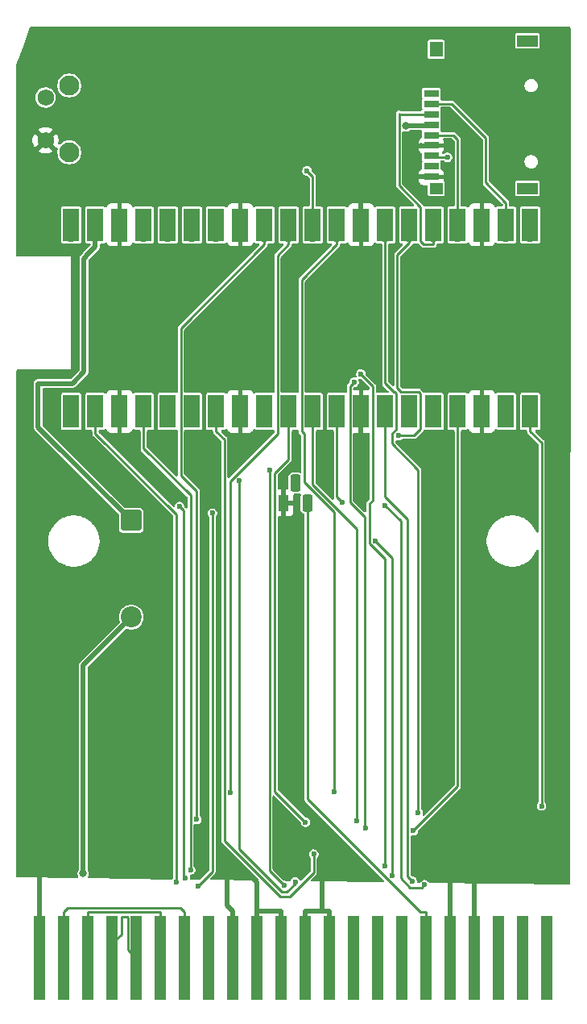
<source format=gbr>
%TF.GenerationSoftware,KiCad,Pcbnew,9.0.6*%
%TF.CreationDate,2025-12-23T16:48:34+01:00*%
%TF.ProjectId,PiRTOII2_cart,50695254-4f49-4493-925f-636172742e6b,1git*%
%TF.SameCoordinates,Original*%
%TF.FileFunction,Copper,L1,Top*%
%TF.FilePolarity,Positive*%
%FSLAX46Y46*%
G04 Gerber Fmt 4.6, Leading zero omitted, Abs format (unit mm)*
G04 Created by KiCad (PCBNEW 9.0.6) date 2025-12-23 16:48:34*
%MOMM*%
%LPD*%
G01*
G04 APERTURE LIST*
G04 Aperture macros list*
%AMRoundRect*
0 Rectangle with rounded corners*
0 $1 Rounding radius*
0 $2 $3 $4 $5 $6 $7 $8 $9 X,Y pos of 4 corners*
0 Add a 4 corners polygon primitive as box body*
4,1,4,$2,$3,$4,$5,$6,$7,$8,$9,$2,$3,0*
0 Add four circle primitives for the rounded corners*
1,1,$1+$1,$2,$3*
1,1,$1+$1,$4,$5*
1,1,$1+$1,$6,$7*
1,1,$1+$1,$8,$9*
0 Add four rect primitives between the rounded corners*
20,1,$1+$1,$2,$3,$4,$5,0*
20,1,$1+$1,$4,$5,$6,$7,0*
20,1,$1+$1,$6,$7,$8,$9,0*
20,1,$1+$1,$8,$9,$2,$3,0*%
G04 Aperture macros list end*
%TA.AperFunction,ComponentPad*%
%ADD10RoundRect,0.249999X-0.850001X0.850001X-0.850001X-0.850001X0.850001X-0.850001X0.850001X0.850001X0*%
%TD*%
%TA.AperFunction,ComponentPad*%
%ADD11C,2.200000*%
%TD*%
%TA.AperFunction,ComponentPad*%
%ADD12O,1.700000X1.700000*%
%TD*%
%TA.AperFunction,SMDPad,CuDef*%
%ADD13R,1.700000X3.500000*%
%TD*%
%TA.AperFunction,ComponentPad*%
%ADD14R,1.700000X1.700000*%
%TD*%
%TA.AperFunction,ComponentPad*%
%ADD15R,1.100000X1.800000*%
%TD*%
%TA.AperFunction,ComponentPad*%
%ADD16RoundRect,0.275000X-0.275000X-0.625000X0.275000X-0.625000X0.275000X0.625000X-0.275000X0.625000X0*%
%TD*%
%TA.AperFunction,SMDPad,CuDef*%
%ADD17R,1.600000X0.700000*%
%TD*%
%TA.AperFunction,SMDPad,CuDef*%
%ADD18R,2.200000X1.200000*%
%TD*%
%TA.AperFunction,SMDPad,CuDef*%
%ADD19R,1.400000X1.600000*%
%TD*%
%TA.AperFunction,SMDPad,CuDef*%
%ADD20R,1.400000X1.200000*%
%TD*%
%TA.AperFunction,ComponentPad*%
%ADD21C,2.100000*%
%TD*%
%TA.AperFunction,ComponentPad*%
%ADD22C,1.750000*%
%TD*%
%TA.AperFunction,ConnectorPad*%
%ADD23R,1.270000X8.840000*%
%TD*%
%TA.AperFunction,ViaPad*%
%ADD24C,0.800000*%
%TD*%
%TA.AperFunction,ViaPad*%
%ADD25C,0.600000*%
%TD*%
%TA.AperFunction,Conductor*%
%ADD26C,0.500000*%
%TD*%
%TA.AperFunction,Conductor*%
%ADD27C,0.250000*%
%TD*%
G04 APERTURE END LIST*
D10*
%TO.P,D1,1,K*%
%TO.N,Net-(D1-K)*%
X102050000Y-127840000D03*
D11*
%TO.P,D1,2,A*%
%TO.N,+5V*%
X102050000Y-138000000D03*
%TD*%
D12*
%TO.P,U1,1,GPIO0*%
%TO.N,d0'*%
X95740000Y-115480000D03*
D13*
X95740000Y-116380000D03*
D12*
%TO.P,U1,2,GPIO1*%
%TO.N,d1'*%
X98280000Y-115480000D03*
D13*
X98280000Y-116380000D03*
D14*
%TO.P,U1,3,GND*%
%TO.N,GND*%
X100820000Y-115480000D03*
D13*
X100820000Y-116380000D03*
D12*
%TO.P,U1,4,GPIO2*%
%TO.N,d2'*%
X103360000Y-115480000D03*
D13*
X103360000Y-116380000D03*
D12*
%TO.P,U1,5,GPIO3*%
%TO.N,d3'*%
X105900000Y-115480000D03*
D13*
X105900000Y-116380000D03*
D12*
%TO.P,U1,6,GPIO4*%
%TO.N,d4'*%
X108440000Y-115480000D03*
D13*
X108440000Y-116380000D03*
D12*
%TO.P,U1,7,GPIO5*%
%TO.N,d5'*%
X110980000Y-115480000D03*
D13*
X110980000Y-116380000D03*
D14*
%TO.P,U1,8,GND*%
%TO.N,GND*%
X113520000Y-115480000D03*
D13*
X113520000Y-116380000D03*
D12*
%TO.P,U1,9,GPIO6*%
%TO.N,d6'*%
X116060000Y-115480000D03*
D13*
X116060000Y-116380000D03*
D12*
%TO.P,U1,10,GPIO7*%
%TO.N,d7'*%
X118600000Y-115480000D03*
D13*
X118600000Y-116380000D03*
D12*
%TO.P,U1,11,GPIO8*%
%TO.N,d8'*%
X121140000Y-115480000D03*
D13*
X121140000Y-116380000D03*
D12*
%TO.P,U1,12,GPIO9*%
%TO.N,d9'*%
X123680000Y-115480000D03*
D13*
X123680000Y-116380000D03*
D14*
%TO.P,U1,13,GND*%
%TO.N,GND*%
X126220000Y-115480000D03*
D13*
X126220000Y-116380000D03*
D12*
%TO.P,U1,14,GPIO10*%
%TO.N,d10'*%
X128760000Y-115480000D03*
D13*
X128760000Y-116380000D03*
D12*
%TO.P,U1,15,GPIO11*%
%TO.N,d11'*%
X131300000Y-115480000D03*
D13*
X131300000Y-116380000D03*
D12*
%TO.P,U1,16,GPIO12*%
%TO.N,d12'*%
X133840000Y-115480000D03*
D13*
X133840000Y-116380000D03*
D12*
%TO.P,U1,17,GPIO13*%
%TO.N,d13'*%
X136380000Y-115480000D03*
D13*
X136380000Y-116380000D03*
D14*
%TO.P,U1,18,GND*%
%TO.N,GND*%
X138920000Y-115480000D03*
D13*
X138920000Y-116380000D03*
D12*
%TO.P,U1,19,GPIO14*%
%TO.N,d14'*%
X141460000Y-115480000D03*
D13*
X141460000Y-116380000D03*
D12*
%TO.P,U1,20,GPIO15*%
%TO.N,d15'*%
X144000000Y-115480000D03*
D13*
X144000000Y-116380000D03*
D12*
%TO.P,U1,21,GPIO16*%
%TO.N,MISO*%
X144000000Y-97700000D03*
D13*
X144000000Y-96800000D03*
D12*
%TO.P,U1,22,GPIO17*%
%TO.N,CS*%
X141460000Y-97700000D03*
D13*
X141460000Y-96800000D03*
D14*
%TO.P,U1,23,GND*%
%TO.N,GND*%
X138920000Y-97700000D03*
D13*
X138920000Y-96800000D03*
D12*
%TO.P,U1,24,GPIO18*%
%TO.N,SCK*%
X136380000Y-97700000D03*
D13*
X136380000Y-96800000D03*
D12*
%TO.P,U1,25,GPIO19*%
%TO.N,MOSI*%
X133840000Y-97700000D03*
D13*
X133840000Y-96800000D03*
D12*
%TO.P,U1,26,GPIO20*%
%TO.N,reset_inty_out*%
X131300000Y-97700000D03*
D13*
X131300000Y-96800000D03*
D12*
%TO.P,U1,27,GPIO21*%
%TO.N,~{msync'}*%
X128760000Y-97700000D03*
D13*
X128760000Y-96800000D03*
D14*
%TO.P,U1,28,GND*%
%TO.N,GND*%
X126220000Y-97700000D03*
D13*
X126220000Y-96800000D03*
D12*
%TO.P,U1,29,GPIO22*%
%TO.N,bdir'*%
X123680000Y-97700000D03*
D13*
X123680000Y-96800000D03*
D12*
%TO.P,U1,30,RUN*%
%TO.N,~{RESET_PICO}*%
X121140000Y-97700000D03*
D13*
X121140000Y-96800000D03*
D12*
%TO.P,U1,31,GPIO26_ADC0*%
%TO.N,bc1'*%
X118600000Y-97700000D03*
D13*
X118600000Y-96800000D03*
D12*
%TO.P,U1,32,GPIO27_ADC1*%
%TO.N,bc2'*%
X116060000Y-97700000D03*
D13*
X116060000Y-96800000D03*
D14*
%TO.P,U1,33,AGND*%
%TO.N,GND*%
X113520000Y-97700000D03*
D13*
X113520000Y-96800000D03*
D12*
%TO.P,U1,34,GPIO28_ADC2*%
%TO.N,unconnected-(U1-GPIO28_ADC2-Pad34)*%
X110980000Y-97700000D03*
D13*
%TO.N,unconnected-(U1-GPIO28_ADC2-Pad34)_1*%
X110980000Y-96800000D03*
D12*
%TO.P,U1,35,ADC_VREF*%
%TO.N,unconnected-(U1-ADC_VREF-Pad35)_1*%
X108440000Y-97700000D03*
D13*
%TO.N,unconnected-(U1-ADC_VREF-Pad35)*%
X108440000Y-96800000D03*
D12*
%TO.P,U1,36,3V3*%
%TO.N,+3.3V*%
X105900000Y-97700000D03*
D13*
X105900000Y-96800000D03*
D12*
%TO.P,U1,37,3V3_EN*%
%TO.N,unconnected-(U1-3V3_EN-Pad37)*%
X103360000Y-97700000D03*
D13*
%TO.N,unconnected-(U1-3V3_EN-Pad37)_1*%
X103360000Y-96800000D03*
D14*
%TO.P,U1,38,GND*%
%TO.N,GND*%
X100820000Y-97700000D03*
D13*
X100820000Y-96800000D03*
D12*
%TO.P,U1,39,VSYS*%
%TO.N,Net-(D1-K)*%
X98280000Y-97700000D03*
D13*
X98280000Y-96800000D03*
D12*
%TO.P,U1,40,VBUS*%
%TO.N,unconnected-(U1-VBUS-Pad40)*%
X95740000Y-97700000D03*
D13*
%TO.N,unconnected-(U1-VBUS-Pad40)_1*%
X95740000Y-96800000D03*
%TD*%
D15*
%TO.P,Q1,1,C*%
%TO.N,GND*%
X118050000Y-126000000D03*
D16*
%TO.P,Q1,2,B*%
%TO.N,reset_inty_out*%
X119320000Y-123930000D03*
%TO.P,Q1,3,E*%
%TO.N,rst_inty'*%
X120590000Y-126000000D03*
%TD*%
D17*
%TO.P,J3,1,DAT2*%
%TO.N,unconnected-(J3-DAT2-Pad1)*%
X133602500Y-82970000D03*
%TO.P,J3,2,DAT3/CD*%
%TO.N,CS*%
X133602500Y-84070000D03*
%TO.P,J3,3,CMD*%
%TO.N,MOSI*%
X133602500Y-85170000D03*
%TO.P,J3,4,VDD*%
%TO.N,+3.3V*%
X133602500Y-86270000D03*
%TO.P,J3,5,CLK*%
%TO.N,SCK*%
X133602500Y-87370000D03*
%TO.P,J3,6,VSS*%
%TO.N,GND*%
X133602500Y-88470000D03*
%TO.P,J3,7,DAT0*%
%TO.N,MISO*%
X133602500Y-89570000D03*
%TO.P,J3,8,DAT1*%
%TO.N,unconnected-(J3-DAT1-Pad8)*%
X133602500Y-90670000D03*
%TO.P,J3,9,SHIELD*%
%TO.N,GND*%
X133602500Y-91770000D03*
D18*
%TO.P,J3,SH*%
%TO.N,N/C*%
X143702500Y-77470000D03*
D19*
X134102500Y-78370000D03*
D18*
X143702500Y-92970000D03*
D20*
X134102500Y-92970000D03*
%TD*%
D21*
%TO.P,SW1,*%
%TO.N,*%
X95530000Y-89180000D03*
X95530000Y-82170000D03*
D22*
%TO.P,SW1,1,1*%
%TO.N,GND*%
X93040000Y-87930000D03*
%TO.P,SW1,2,2*%
%TO.N,~{RESET_PICO}*%
X93040000Y-83430000D03*
%TD*%
D23*
%TO.P,CN1,2,GND_EXTVIDEO_C1*%
%TO.N,unconnected-(CN1-GND_EXTVIDEO_C1-Pad2)*%
X145737700Y-173734000D03*
%TO.P,CN1,4,CBLNK_C2*%
%TO.N,unconnected-(CN1-CBLNK_C2-Pad4)*%
X143197700Y-173734000D03*
%TO.P,CN1,6,EXT_AUDIO*%
%TO.N,unconnected-(CN1-EXT_AUDIO-Pad6)*%
X140657700Y-173734000D03*
%TO.P,CN1,8,EXT_VIDEO*%
%TO.N,GND*%
X138117700Y-173734000D03*
%TO.P,CN1,10,MCLK*%
X135577700Y-173734000D03*
%TO.P,CN1,12,RESET*%
%TO.N,rst_inty'*%
X133037700Y-173734000D03*
%TO.P,CN1,14,SR1_SEROUT*%
%TO.N,unconnected-(CN1-SR1_SEROUT-Pad14)*%
X130497700Y-173734000D03*
%TO.P,CN1,16,C3*%
%TO.N,unconnected-(CN1-C3-Pad16)*%
X127957700Y-173734000D03*
%TO.P,CN1,18,SERIN*%
%TO.N,unconnected-(CN1-SERIN-Pad18)*%
X125417700Y-173734000D03*
%TO.P,CN1,20,ROM_DISABLE*%
%TO.N,GND*%
X122877700Y-173734000D03*
%TO.P,CN1,22,GND*%
X120337700Y-173734000D03*
%TO.P,CN1,24,GND*%
X117797700Y-173734000D03*
%TO.P,CN1,26,GND*%
X115257700Y-173734000D03*
%TO.P,CN1,28,GND*%
X112717700Y-173734000D03*
%TO.P,CN1,30,~{BUSAK_ROMCLK}*%
%TO.N,unconnected-(CN1-~{BUSAK_ROMCLK}-Pad30)*%
X110177700Y-173734000D03*
%TO.P,CN1,32,BC1_IN*%
%TO.N,Net-(CN1-BC1_IN)*%
X107637700Y-173734000D03*
%TO.P,CN1,34,BC2_IN*%
%TO.N,Net-(CN1-BC2_IN)*%
X105097700Y-173734000D03*
%TO.P,CN1,36,BDIR_IN*%
%TO.N,Net-(CN1-BDIR_IN)*%
X102557700Y-173734000D03*
%TO.P,CN1,38,BDIR*%
X100017700Y-173734000D03*
%TO.P,CN1,40,BC2*%
%TO.N,Net-(CN1-BC2_IN)*%
X97477700Y-173734000D03*
%TO.P,CN1,42,BC1*%
%TO.N,Net-(CN1-BC1_IN)*%
X94937700Y-173734000D03*
%TO.P,CN1,44,GND*%
%TO.N,GND*%
X92397700Y-173734000D03*
%TD*%
D24*
%TO.N,+5V*%
X96991100Y-164914300D03*
%TO.N,GND*%
X126350000Y-122630000D03*
X128650000Y-88510000D03*
X146748700Y-165094200D03*
X130935000Y-88510000D03*
D25*
%TO.N,~{msync'}*%
X132194500Y-158503200D03*
%TO.N,d7'*%
X120378300Y-159534500D03*
%TO.N,d8'*%
X125799700Y-159385000D03*
%TO.N,d6'*%
X125482500Y-113335700D03*
X126716400Y-160108800D03*
%TO.N,d9'*%
X128761900Y-126245000D03*
X124225400Y-125924200D03*
X132904100Y-166097300D03*
%TO.N,d5'*%
X121238700Y-162883100D03*
%TO.N,d10'*%
X131587900Y-165714900D03*
%TO.N,d4'*%
X129448400Y-165101900D03*
X127705300Y-130001400D03*
%TO.N,d11'*%
X128687600Y-164106900D03*
X126182800Y-112455000D03*
%TO.N,d3'*%
X113420700Y-123648600D03*
X119303300Y-165801200D03*
%TO.N,d12'*%
X116583000Y-122537900D03*
X118153600Y-166178400D03*
%TO.N,d13'*%
X131715000Y-160417600D03*
%TO.N,d2'*%
X108284600Y-164533000D03*
%TO.N,d14'*%
X109054800Y-166214700D03*
X110580500Y-127077000D03*
%TO.N,d1'*%
X106794400Y-165818400D03*
%TO.N,d0'*%
X107744700Y-165366900D03*
X107127100Y-126385300D03*
%TO.N,d15'*%
X145192700Y-157814800D03*
%TO.N,bdir'*%
X123385900Y-156321000D03*
%TO.N,bc2'*%
X108944700Y-159243300D03*
%TO.N,bc1'*%
X112471200Y-156411100D03*
%TO.N,reset_inty_out*%
X130139700Y-118949000D03*
%TO.N,~{RESET_PICO}*%
X120527800Y-91128100D03*
%TO.N,MISO*%
X135300000Y-89700000D03*
D24*
%TO.N,+3.3V*%
X130935000Y-86390000D03*
%TD*%
D26*
%TO.N,+5V*%
X102050000Y-138000000D02*
X96991100Y-143058900D01*
X96991100Y-143058900D02*
X96991100Y-164914300D01*
%TO.N,GND*%
X135577700Y-165380600D02*
X135577700Y-173734000D01*
X112125100Y-168269700D02*
X112717700Y-168862300D01*
X131380000Y-91770000D02*
X133602500Y-91770000D01*
X112717700Y-173734000D02*
X112717700Y-168862300D01*
X126350000Y-122630000D02*
X126350000Y-122610000D01*
X130935000Y-88510000D02*
X133562500Y-88510000D01*
X92397700Y-163970300D02*
X92397700Y-173734000D01*
X115257700Y-165812400D02*
X115257700Y-168862300D01*
X122134700Y-168862300D02*
X120337700Y-168862300D01*
X115257700Y-173734000D02*
X115257700Y-168862300D01*
X91893900Y-163466500D02*
X92397700Y-163970300D01*
X138117700Y-164581800D02*
X138117700Y-173734000D01*
X117797700Y-168862300D02*
X115257700Y-168862300D01*
X117797700Y-173734000D02*
X117797700Y-168862300D01*
X131280000Y-91670000D02*
X131380000Y-91770000D01*
X126350000Y-122610000D02*
X126220000Y-122480000D01*
X130935000Y-88510000D02*
X131050000Y-88625000D01*
X126220000Y-97700000D02*
X126220000Y-91050000D01*
X126220000Y-91050000D02*
X128650000Y-88620000D01*
X120337700Y-173734000D02*
X120337700Y-168862300D01*
X112125100Y-165616300D02*
X112125100Y-168269700D01*
X132440013Y-88510000D02*
X132530045Y-88419968D01*
X114293900Y-164848600D02*
X115257700Y-165812400D01*
X126220000Y-122480000D02*
X126220000Y-115480000D01*
X122134700Y-168862300D02*
X122134700Y-164853200D01*
X128650000Y-88620000D02*
X128650000Y-88510000D01*
X131050000Y-91670000D02*
X131280000Y-91670000D01*
X133562500Y-88510000D02*
X133602500Y-88470000D01*
X122877700Y-173734000D02*
X122877700Y-168862300D01*
X131050000Y-88625000D02*
X131050000Y-91670000D01*
X122877700Y-168862300D02*
X122134700Y-168862300D01*
X138908100Y-163791400D02*
X138117700Y-164581800D01*
D27*
%TO.N,~{msync'}*%
X129936700Y-114494600D02*
X129745400Y-114303300D01*
X132194500Y-158503200D02*
X132194500Y-122509800D01*
X129745400Y-114303300D02*
X129628400Y-114303300D01*
X129936700Y-118265400D02*
X129936700Y-114494600D01*
X128760000Y-113434900D02*
X128760000Y-98876700D01*
X129469500Y-119784800D02*
X129469500Y-118732600D01*
X128760000Y-97700000D02*
X128760000Y-98876700D01*
X129469500Y-118732600D02*
X129936700Y-118265400D01*
X132194500Y-122509800D02*
X129469500Y-119784800D01*
X129628400Y-114303300D02*
X128760000Y-113434900D01*
%TO.N,d7'*%
X117142600Y-156298800D02*
X117142600Y-122864600D01*
X117142600Y-122864600D02*
X118600000Y-121407200D01*
X120378300Y-159534500D02*
X117142600Y-156298800D01*
X118600000Y-121407200D02*
X118600000Y-115480000D01*
%TO.N,d8'*%
X125799700Y-159385000D02*
X125799700Y-128710800D01*
X121140000Y-124051100D02*
X121140000Y-115480000D01*
X125799700Y-128710800D02*
X121140000Y-124051100D01*
%TO.N,d6'*%
X125482500Y-113335700D02*
X125043300Y-113774900D01*
X125043300Y-125915500D02*
X126626900Y-127499100D01*
X126626900Y-160019300D02*
X126716400Y-160108800D01*
X126626900Y-127499100D02*
X126626900Y-160019300D01*
X125043300Y-113774900D02*
X125043300Y-125915500D01*
%TO.N,d9'*%
X123680000Y-125378800D02*
X124225400Y-125924200D01*
X128761900Y-126245000D02*
X130373700Y-127856800D01*
X130373700Y-165387200D02*
X131385400Y-166398900D01*
X128761900Y-126245000D02*
X130373700Y-127856800D01*
X124225400Y-125924200D02*
X123680000Y-125378800D01*
X131385400Y-166398900D02*
X132602500Y-166398900D01*
X130373700Y-127856800D02*
X128761900Y-126245000D01*
X124225400Y-125924200D02*
X123680000Y-125378800D01*
X130373700Y-127856800D02*
X130373700Y-165387200D01*
X132602500Y-166398900D02*
X132904100Y-166097300D01*
X123680000Y-125378800D02*
X123680000Y-115480000D01*
%TO.N,d5'*%
X118711800Y-167300000D02*
X121238700Y-164773100D01*
X111841400Y-119318100D02*
X111841400Y-161462400D01*
X111841400Y-161462400D02*
X117679000Y-167300000D01*
X110980000Y-118456700D02*
X111841400Y-119318100D01*
X110980000Y-115480000D02*
X110980000Y-118456700D01*
X117679000Y-167300000D02*
X118711800Y-167300000D01*
X121238700Y-164773100D02*
X121238700Y-162883100D01*
%TO.N,d10'*%
X128760000Y-125356800D02*
X128760000Y-115480000D01*
X131587900Y-165714900D02*
X131080400Y-165207400D01*
X131080400Y-165207400D02*
X131080400Y-127677200D01*
X131080400Y-127677200D02*
X128760000Y-125356800D01*
%TO.N,d4'*%
X129448400Y-131744500D02*
X129448400Y-165101900D01*
X127705300Y-130001400D02*
X129448400Y-131744500D01*
%TO.N,d11'*%
X127078600Y-130260900D02*
X128687600Y-131869900D01*
X128687600Y-131869900D02*
X128687600Y-164106900D01*
X126182800Y-112455000D02*
X127460200Y-113732400D01*
X127460200Y-113732400D02*
X127460200Y-125718300D01*
X127460200Y-125718300D02*
X127078600Y-126099900D01*
X127078600Y-126099900D02*
X127078600Y-130260900D01*
%TO.N,d3'*%
X119303300Y-165958200D02*
X118431700Y-166829800D01*
X113420700Y-162354500D02*
X113420700Y-123648600D01*
X118431700Y-166829800D02*
X117896000Y-166829800D01*
X117896000Y-166829800D02*
X113420700Y-162354500D01*
X119303300Y-165801200D02*
X119303300Y-165958200D01*
%TO.N,d12'*%
X116583000Y-164607800D02*
X116583000Y-122537900D01*
X118153600Y-166178400D02*
X116583000Y-164607800D01*
%TO.N,d13'*%
X131715000Y-160417600D02*
X136380000Y-155752600D01*
X136380000Y-155752600D02*
X136380000Y-115480000D01*
%TO.N,d2'*%
X108284600Y-164533000D02*
X108284600Y-125206400D01*
X108284600Y-125206400D02*
X103360000Y-120281800D01*
X103360000Y-120281800D02*
X103360000Y-115480000D01*
%TO.N,d14'*%
X110580500Y-164689000D02*
X109054800Y-166214700D01*
X110580500Y-127077000D02*
X110580500Y-164689000D01*
%TO.N,d1'*%
X98280000Y-118711500D02*
X98280000Y-115480000D01*
X106794400Y-165818400D02*
X106794400Y-127225900D01*
X106794400Y-127225900D02*
X98280000Y-118711500D01*
%TO.N,d0'*%
X107127100Y-126385300D02*
X107536000Y-126794200D01*
X107536000Y-165158200D02*
X107744700Y-165366900D01*
X107536000Y-126794200D02*
X107536000Y-165158200D01*
%TO.N,d15'*%
X145192700Y-119649400D02*
X145192700Y-157814800D01*
X144000000Y-115480000D02*
X144000000Y-118456700D01*
X144000000Y-118456700D02*
X145192700Y-119649400D01*
%TO.N,bdir'*%
X123680000Y-98876700D02*
X119963300Y-102593400D01*
X123385900Y-126948000D02*
X123385900Y-156321000D01*
X119963300Y-118453700D02*
X120283800Y-118774200D01*
X119963300Y-102593400D02*
X119963300Y-118453700D01*
X123680000Y-97700000D02*
X123680000Y-98876700D01*
X120283800Y-118774200D02*
X120283800Y-123845900D01*
X120283800Y-123845900D02*
X123385900Y-126948000D01*
%TO.N,bc2'*%
X116060000Y-97700000D02*
X116060000Y-98876700D01*
X107263300Y-123099700D02*
X108944700Y-124781100D01*
X107263300Y-107673400D02*
X107263300Y-123099700D01*
X116060000Y-98876700D02*
X107263300Y-107673400D01*
X108944700Y-124781100D02*
X108944700Y-159243300D01*
%TO.N,bc1'*%
X118600000Y-97700000D02*
X118600000Y-98876700D01*
X117423300Y-100053400D02*
X117423300Y-118759800D01*
X117423300Y-118759800D02*
X112471200Y-123711900D01*
X118600000Y-98876700D02*
X117423300Y-100053400D01*
X112471200Y-123711900D02*
X112471200Y-156411100D01*
%TO.N,Net-(CN1-BC1_IN)*%
X107175700Y-168525300D02*
X107637700Y-168987300D01*
X107637700Y-173734000D02*
X107637700Y-168987300D01*
X94937700Y-168987300D02*
X95399700Y-168525300D01*
X94937700Y-173734000D02*
X94937700Y-168987300D01*
X95399700Y-168525300D02*
X107175700Y-168525300D01*
D26*
%TO.N,Net-(D1-K)*%
X97090000Y-100340000D02*
X97330000Y-100100000D01*
X95860000Y-113450000D02*
X97090000Y-112220000D01*
X97330000Y-100100000D02*
X97330000Y-100040000D01*
X97330000Y-100040000D02*
X98280000Y-99090000D01*
X102050000Y-127840000D02*
X92260000Y-118050000D01*
X97090000Y-112220000D02*
X97090000Y-100340000D01*
X92260000Y-113450000D02*
X95860000Y-113450000D01*
X92260000Y-118050000D02*
X92260000Y-113450000D01*
X98280000Y-99090000D02*
X98280000Y-97700000D01*
D27*
%TO.N,Net-(CN1-BDIR_IN)*%
X100017700Y-172282300D02*
X101020000Y-171280000D01*
X101750000Y-172926300D02*
X102557700Y-173734000D01*
X101618300Y-169438300D02*
X101750000Y-169570000D01*
X100017700Y-173734000D02*
X100017700Y-172282300D01*
X101020000Y-169438300D02*
X101618300Y-169438300D01*
X101750000Y-169570000D02*
X101750000Y-172926300D01*
X101020000Y-171280000D02*
X101020000Y-169438300D01*
%TO.N,rst_inty'*%
X120590000Y-125600000D02*
X120590000Y-157131800D01*
X120590000Y-157131800D02*
X132445500Y-168987300D01*
X132445500Y-168987300D02*
X133037700Y-168987300D01*
X133037700Y-173734000D02*
X133037700Y-168987300D01*
%TO.N,Net-(CN1-BC2_IN)*%
X105097700Y-173734000D02*
X105097700Y-168987300D01*
X97477700Y-168987300D02*
X105097700Y-168987300D01*
X97477700Y-173734000D02*
X97477700Y-168987300D01*
%TO.N,reset_inty_out*%
X131793100Y-118949000D02*
X132476700Y-118265400D01*
X130123800Y-114042900D02*
X130030000Y-113949100D01*
X130030000Y-99959600D02*
X131300000Y-98689600D01*
X130384200Y-114303300D02*
X130123800Y-114042900D01*
X130123800Y-114042900D02*
X130030000Y-113949100D01*
X130030000Y-113949100D02*
X130030000Y-99959600D01*
X131300000Y-97700000D02*
X131300000Y-98689600D01*
X132476700Y-114494600D02*
X132285400Y-114303300D01*
X130139700Y-118949000D02*
X131793100Y-118949000D01*
X132285400Y-114303300D02*
X130384200Y-114303300D01*
X132476700Y-118265400D02*
X132476700Y-114494600D01*
%TO.N,~{RESET_PICO}*%
X120527800Y-91128100D02*
X121140000Y-91740300D01*
X121140000Y-91740300D02*
X121140000Y-97700000D01*
%TO.N,CS*%
X141460000Y-94486500D02*
X139336900Y-92363400D01*
X135750000Y-84070000D02*
X133602500Y-84070000D01*
X141460000Y-97700000D02*
X141460000Y-94486500D01*
X139336900Y-92363400D02*
X139336900Y-87656900D01*
X139336900Y-87656900D02*
X135750000Y-84070000D01*
%TO.N,MISO*%
X135300000Y-89700000D02*
X133732500Y-89700000D01*
X133732500Y-89700000D02*
X133602500Y-89570000D01*
%TO.N,SCK*%
X136380000Y-87840000D02*
X135910000Y-87370000D01*
X135910000Y-87370000D02*
X133602500Y-87370000D01*
X136380000Y-97700000D02*
X136380000Y-87840000D01*
%TO.N,MOSI*%
X132476700Y-94914600D02*
X130210000Y-92647900D01*
X130210000Y-85120000D02*
X130260000Y-85170000D01*
X133840000Y-98876700D02*
X132817500Y-98876700D01*
X133840000Y-97700000D02*
X133840000Y-98876700D01*
X130260000Y-85170000D02*
X133602500Y-85170000D01*
X132476700Y-98535900D02*
X132476700Y-94914600D01*
X132817500Y-98876700D02*
X132476700Y-98535900D01*
X130210000Y-92647900D02*
X130210000Y-85120000D01*
D26*
%TO.N,+3.3V*%
X133482500Y-86390000D02*
X133602500Y-86270000D01*
X130935000Y-86390000D02*
X133482500Y-86390000D01*
%TD*%
%TA.AperFunction,Conductor*%
%TO.N,GND*%
G36*
X148182436Y-76020185D02*
G01*
X148228191Y-76072989D01*
X148239397Y-76124602D01*
X148165632Y-165985568D01*
X148145892Y-166052591D01*
X148093051Y-166098303D01*
X148039949Y-166109455D01*
X133444571Y-165911327D01*
X133377805Y-165890734D01*
X133338867Y-165849338D01*
X133304603Y-165789992D01*
X133304600Y-165789986D01*
X133211414Y-165696800D01*
X133125657Y-165647288D01*
X133097287Y-165630908D01*
X133033639Y-165613854D01*
X132969992Y-165596800D01*
X132838208Y-165596800D01*
X132710912Y-165630908D01*
X132596786Y-165696800D01*
X132596783Y-165696802D01*
X132503602Y-165789983D01*
X132503596Y-165789992D01*
X132477763Y-165834735D01*
X132468471Y-165843594D01*
X132462979Y-165855202D01*
X132443666Y-165867245D01*
X132427196Y-165882950D01*
X132413200Y-165886244D01*
X132403693Y-165892174D01*
X132368693Y-165896723D01*
X132210716Y-165894578D01*
X132143950Y-165873985D01*
X132098917Y-165820564D01*
X132088400Y-165770589D01*
X132088400Y-165649010D01*
X132088400Y-165649008D01*
X132054292Y-165521714D01*
X132050089Y-165514435D01*
X132020907Y-165463890D01*
X131988400Y-165407586D01*
X131895214Y-165314400D01*
X131838150Y-165281454D01*
X131781087Y-165248508D01*
X131682208Y-165222014D01*
X131653792Y-165214400D01*
X131653791Y-165214400D01*
X131599089Y-165214400D01*
X131569648Y-165205755D01*
X131539662Y-165199232D01*
X131534646Y-165195477D01*
X131532050Y-165194715D01*
X131511408Y-165178081D01*
X131442219Y-165108892D01*
X131408734Y-165047569D01*
X131405900Y-165021211D01*
X131405900Y-161014532D01*
X131425585Y-160947493D01*
X131478389Y-160901738D01*
X131547547Y-160891794D01*
X131561976Y-160894753D01*
X131649108Y-160918100D01*
X131649111Y-160918100D01*
X131780890Y-160918100D01*
X131780892Y-160918100D01*
X131908186Y-160883992D01*
X132022314Y-160818100D01*
X132115500Y-160724914D01*
X132181392Y-160610786D01*
X132215500Y-160483492D01*
X132215500Y-160428789D01*
X132235185Y-160361750D01*
X132251819Y-160341108D01*
X134435722Y-158157205D01*
X136640465Y-155952462D01*
X136683318Y-155878239D01*
X136705500Y-155795453D01*
X136705500Y-155709747D01*
X136705500Y-129848993D01*
X139425940Y-129848993D01*
X139425940Y-130151006D01*
X139459750Y-130451085D01*
X139459753Y-130451103D01*
X139526953Y-130745527D01*
X139526954Y-130745529D01*
X139542982Y-130791335D01*
X139542982Y-130791337D01*
X139544929Y-130796903D01*
X139545818Y-130800508D01*
X139550627Y-130813190D01*
X139551171Y-130814743D01*
X139551173Y-130814747D01*
X139626696Y-131030578D01*
X139654377Y-131088057D01*
X139654378Y-131088059D01*
X139656701Y-131092884D01*
X139661039Y-131104321D01*
X139675218Y-131131336D01*
X139676148Y-131133268D01*
X139676159Y-131133289D01*
X139757733Y-131302677D01*
X139800164Y-131370205D01*
X139800164Y-131370206D01*
X139802731Y-131374292D01*
X139812041Y-131392030D01*
X139832501Y-131421671D01*
X139833927Y-131423941D01*
X139833941Y-131423962D01*
X139871687Y-131484033D01*
X139918404Y-131558383D01*
X139933069Y-131576772D01*
X139966633Y-131618861D01*
X139981340Y-131637302D01*
X139996621Y-131659441D01*
X140020389Y-131686269D01*
X140022406Y-131688799D01*
X140106697Y-131794495D01*
X140190591Y-131878389D01*
X140212087Y-131902653D01*
X140236350Y-131924148D01*
X140320244Y-132008042D01*
X140425938Y-132092331D01*
X140428464Y-132094345D01*
X140455299Y-132118119D01*
X140477440Y-132133402D01*
X140556357Y-132196336D01*
X140644641Y-132251808D01*
X140690774Y-132280796D01*
X140690775Y-132280796D01*
X140693046Y-132282223D01*
X140722710Y-132302699D01*
X140740459Y-132312015D01*
X140812067Y-132357009D01*
X140812069Y-132357010D01*
X140812072Y-132357012D01*
X140922274Y-132410082D01*
X140983378Y-132439508D01*
X141010419Y-132453701D01*
X141021858Y-132458039D01*
X141084159Y-132488042D01*
X141301476Y-132564084D01*
X141314232Y-132568922D01*
X141317845Y-132569812D01*
X141369212Y-132587786D01*
X141369215Y-132587786D01*
X141369219Y-132587788D01*
X141611272Y-132643034D01*
X141663640Y-132654987D01*
X141663646Y-132654987D01*
X141663654Y-132654989D01*
X141863706Y-132677529D01*
X141963734Y-132688799D01*
X141963737Y-132688800D01*
X141963740Y-132688800D01*
X142265743Y-132688800D01*
X142265744Y-132688799D01*
X142419111Y-132671519D01*
X142565825Y-132654989D01*
X142565830Y-132654988D01*
X142565840Y-132654987D01*
X142860268Y-132587786D01*
X142911638Y-132569810D01*
X142915248Y-132568922D01*
X142927974Y-132564094D01*
X143145321Y-132488042D01*
X143207628Y-132458036D01*
X143219061Y-132453701D01*
X143246108Y-132439505D01*
X143417413Y-132357009D01*
X143489029Y-132312009D01*
X143506770Y-132302699D01*
X143536429Y-132282226D01*
X143673123Y-132196336D01*
X143752043Y-132133399D01*
X143774181Y-132118119D01*
X143801004Y-132094354D01*
X143909236Y-132008042D01*
X143993137Y-131924140D01*
X144017393Y-131902653D01*
X144038880Y-131878397D01*
X144122782Y-131794496D01*
X144209094Y-131686264D01*
X144232859Y-131659441D01*
X144248139Y-131637303D01*
X144311076Y-131558383D01*
X144396966Y-131421689D01*
X144417439Y-131392030D01*
X144426749Y-131374289D01*
X144471749Y-131302673D01*
X144554245Y-131131368D01*
X144568441Y-131104321D01*
X144572778Y-131092884D01*
X144602782Y-131030581D01*
X144626159Y-130963772D01*
X144666880Y-130906998D01*
X144731832Y-130881250D01*
X144800394Y-130894706D01*
X144850797Y-130943093D01*
X144867200Y-131004728D01*
X144867200Y-157381124D01*
X144847515Y-157448163D01*
X144830881Y-157468805D01*
X144792202Y-157507483D01*
X144792200Y-157507486D01*
X144726308Y-157621612D01*
X144692200Y-157748908D01*
X144692200Y-157880691D01*
X144726308Y-158007987D01*
X144759254Y-158065050D01*
X144792200Y-158122114D01*
X144885386Y-158215300D01*
X144999514Y-158281192D01*
X145126808Y-158315300D01*
X145126810Y-158315300D01*
X145258590Y-158315300D01*
X145258592Y-158315300D01*
X145385886Y-158281192D01*
X145500014Y-158215300D01*
X145593200Y-158122114D01*
X145659092Y-158007986D01*
X145693200Y-157880692D01*
X145693200Y-157748908D01*
X145659092Y-157621614D01*
X145593200Y-157507486D01*
X145554519Y-157468805D01*
X145521034Y-157407482D01*
X145518200Y-157381124D01*
X145518200Y-119712789D01*
X145518200Y-119692256D01*
X145518201Y-119692253D01*
X145518201Y-119606548D01*
X145496018Y-119523762D01*
X145492669Y-119517962D01*
X145453165Y-119449538D01*
X145392562Y-119388935D01*
X145388231Y-119384604D01*
X145388220Y-119384594D01*
X144545808Y-118542181D01*
X144512323Y-118480858D01*
X144517307Y-118411166D01*
X144559179Y-118355233D01*
X144624643Y-118330816D01*
X144633489Y-118330500D01*
X144869750Y-118330500D01*
X144869751Y-118330499D01*
X144889274Y-118326616D01*
X144928229Y-118318868D01*
X144928229Y-118318867D01*
X144928231Y-118318867D01*
X144994552Y-118274552D01*
X145038867Y-118208231D01*
X145038867Y-118208229D01*
X145038868Y-118208229D01*
X145050499Y-118149752D01*
X145050500Y-118149750D01*
X145050500Y-114610249D01*
X145050499Y-114610247D01*
X145038868Y-114551770D01*
X145038867Y-114551769D01*
X144994552Y-114485447D01*
X144928230Y-114441132D01*
X144928229Y-114441131D01*
X144869752Y-114429500D01*
X144869748Y-114429500D01*
X143130252Y-114429500D01*
X143130247Y-114429500D01*
X143071770Y-114441131D01*
X143071769Y-114441132D01*
X143005447Y-114485447D01*
X142961132Y-114551769D01*
X142961131Y-114551770D01*
X142949500Y-114610247D01*
X142949500Y-118149752D01*
X142961131Y-118208229D01*
X142961132Y-118208230D01*
X143005447Y-118274552D01*
X143071769Y-118318867D01*
X143071770Y-118318868D01*
X143130247Y-118330499D01*
X143130250Y-118330500D01*
X143130252Y-118330500D01*
X143550500Y-118330500D01*
X143617539Y-118350185D01*
X143663294Y-118402989D01*
X143674500Y-118454500D01*
X143674500Y-118499552D01*
X143696682Y-118582340D01*
X143711755Y-118608446D01*
X143739535Y-118656562D01*
X144292438Y-119209465D01*
X144830881Y-119747907D01*
X144864366Y-119809230D01*
X144867200Y-119835588D01*
X144867200Y-128995271D01*
X144863979Y-129006240D01*
X144865171Y-129017609D01*
X144854312Y-129039158D01*
X144847515Y-129062310D01*
X144838876Y-129069795D01*
X144833732Y-129080006D01*
X144812943Y-129092266D01*
X144794711Y-129108065D01*
X144783397Y-129109691D01*
X144773549Y-129115500D01*
X144749435Y-129114575D01*
X144725553Y-129118009D01*
X144715154Y-129113260D01*
X144703731Y-129112822D01*
X144683946Y-129099007D01*
X144661997Y-129088984D01*
X144654340Y-129078336D01*
X144646444Y-129072823D01*
X144633222Y-129048970D01*
X144628514Y-129042422D01*
X144627256Y-129039363D01*
X144602782Y-128969419D01*
X144573510Y-128908635D01*
X144572138Y-128905298D01*
X144572102Y-128904958D01*
X144570883Y-128902120D01*
X144568441Y-128895679D01*
X144555231Y-128870509D01*
X144553308Y-128866685D01*
X144471752Y-128697332D01*
X144471749Y-128697328D01*
X144471749Y-128697327D01*
X144426755Y-128625719D01*
X144417439Y-128607970D01*
X144396963Y-128578306D01*
X144311076Y-128441617D01*
X144248142Y-128362700D01*
X144232859Y-128340559D01*
X144209085Y-128313724D01*
X144207071Y-128311198D01*
X144207070Y-128311197D01*
X144122782Y-128205504D01*
X144038888Y-128121610D01*
X144017393Y-128097347D01*
X143993129Y-128075851D01*
X143909235Y-127991957D01*
X143803541Y-127907667D01*
X143803541Y-127907668D01*
X143801014Y-127905653D01*
X143774181Y-127881881D01*
X143752042Y-127866600D01*
X143748681Y-127863920D01*
X143748681Y-127863919D01*
X143686017Y-127813947D01*
X143673123Y-127803664D01*
X143640925Y-127783432D01*
X143538702Y-127719201D01*
X143538702Y-127719200D01*
X143536408Y-127717759D01*
X143506770Y-127697301D01*
X143489034Y-127687992D01*
X143484956Y-127685430D01*
X143484945Y-127685424D01*
X143417417Y-127642993D01*
X143248029Y-127561419D01*
X143248029Y-127561418D01*
X143246074Y-127560476D01*
X143219061Y-127546299D01*
X143207624Y-127541961D01*
X143202799Y-127539638D01*
X143202798Y-127539637D01*
X143202797Y-127539637D01*
X143145318Y-127511956D01*
X142929487Y-127436433D01*
X142929487Y-127436432D01*
X142927915Y-127435882D01*
X142915248Y-127431078D01*
X142911650Y-127430191D01*
X142906088Y-127428245D01*
X142906075Y-127428242D01*
X142860269Y-127412214D01*
X142860267Y-127412213D01*
X142565843Y-127345013D01*
X142565825Y-127345010D01*
X142265746Y-127311200D01*
X142265740Y-127311200D01*
X141963740Y-127311200D01*
X141963733Y-127311200D01*
X141663654Y-127345010D01*
X141663636Y-127345013D01*
X141369217Y-127412212D01*
X141369215Y-127412213D01*
X141323404Y-127428242D01*
X141323404Y-127428241D01*
X141317828Y-127430191D01*
X141314232Y-127431078D01*
X141301589Y-127435872D01*
X141300025Y-127436420D01*
X141299998Y-127436431D01*
X141084160Y-127511957D01*
X141084151Y-127511961D01*
X141026685Y-127539636D01*
X141026682Y-127539637D01*
X141021849Y-127541963D01*
X141010419Y-127546299D01*
X140983419Y-127560469D01*
X140981483Y-127561402D01*
X140981440Y-127561424D01*
X140812061Y-127642994D01*
X140744537Y-127685422D01*
X140740446Y-127687991D01*
X140722710Y-127697301D01*
X140693069Y-127717760D01*
X140690775Y-127719202D01*
X140690772Y-127719202D01*
X140556361Y-127803660D01*
X140480779Y-127863933D01*
X140480778Y-127863932D01*
X140477400Y-127866625D01*
X140455299Y-127881881D01*
X140428494Y-127905627D01*
X140425961Y-127907648D01*
X140425948Y-127907660D01*
X140347745Y-127970026D01*
X140320244Y-127991958D01*
X140320240Y-127991961D01*
X140320231Y-127991969D01*
X140238995Y-128073204D01*
X140236324Y-128075874D01*
X140212087Y-128097347D01*
X140190614Y-128121584D01*
X140187944Y-128124255D01*
X140106709Y-128205491D01*
X140106701Y-128205500D01*
X140106698Y-128205504D01*
X140103915Y-128208994D01*
X140022400Y-128311208D01*
X140022399Y-128311207D01*
X140020365Y-128313756D01*
X139996621Y-128340559D01*
X139981362Y-128362664D01*
X139978678Y-128366031D01*
X139978673Y-128366039D01*
X139918400Y-128441621D01*
X139833941Y-128576034D01*
X139833942Y-128576035D01*
X139832500Y-128578329D01*
X139812041Y-128607970D01*
X139802731Y-128625706D01*
X139800162Y-128629797D01*
X139757734Y-128697321D01*
X139676164Y-128866700D01*
X139676163Y-128866699D01*
X139675206Y-128868684D01*
X139661039Y-128895679D01*
X139656706Y-128907101D01*
X139654379Y-128911936D01*
X139654376Y-128911945D01*
X139626701Y-128969411D01*
X139626697Y-128969420D01*
X139551171Y-129185258D01*
X139550630Y-129186802D01*
X139545818Y-129199492D01*
X139544932Y-129203084D01*
X139542987Y-129208644D01*
X139542982Y-129208664D01*
X139526953Y-129254475D01*
X139526952Y-129254477D01*
X139459753Y-129548896D01*
X139459750Y-129548914D01*
X139425940Y-129848993D01*
X136705500Y-129848993D01*
X136705500Y-118454500D01*
X136725185Y-118387461D01*
X136777989Y-118341706D01*
X136829500Y-118330500D01*
X137249750Y-118330500D01*
X137249751Y-118330499D01*
X137269274Y-118326616D01*
X137308229Y-118318868D01*
X137308229Y-118318867D01*
X137308231Y-118318867D01*
X137374552Y-118274552D01*
X137378377Y-118268826D01*
X137431988Y-118224021D01*
X137501312Y-118215311D01*
X137564341Y-118245464D01*
X137597663Y-118294381D01*
X137626646Y-118372087D01*
X137626649Y-118372093D01*
X137712809Y-118487187D01*
X137712812Y-118487190D01*
X137827906Y-118573350D01*
X137827913Y-118573354D01*
X137962620Y-118623596D01*
X137962627Y-118623598D01*
X138022155Y-118629999D01*
X138022172Y-118630000D01*
X138670000Y-118630000D01*
X138670000Y-115924560D01*
X138723147Y-115955245D01*
X138852857Y-115990000D01*
X138987143Y-115990000D01*
X139116853Y-115955245D01*
X139170000Y-115924560D01*
X139170000Y-118630000D01*
X139817828Y-118630000D01*
X139817844Y-118629999D01*
X139877372Y-118623598D01*
X139877379Y-118623596D01*
X140012086Y-118573354D01*
X140012093Y-118573350D01*
X140127187Y-118487190D01*
X140127190Y-118487187D01*
X140213350Y-118372093D01*
X140213354Y-118372086D01*
X140242336Y-118294382D01*
X140284207Y-118238448D01*
X140349671Y-118214031D01*
X140417944Y-118228882D01*
X140461619Y-118268823D01*
X140465446Y-118274551D01*
X140531769Y-118318867D01*
X140531770Y-118318868D01*
X140590247Y-118330499D01*
X140590250Y-118330500D01*
X140590252Y-118330500D01*
X142329750Y-118330500D01*
X142329751Y-118330499D01*
X142349274Y-118326616D01*
X142388229Y-118318868D01*
X142388229Y-118318867D01*
X142388231Y-118318867D01*
X142454552Y-118274552D01*
X142498867Y-118208231D01*
X142498867Y-118208229D01*
X142498868Y-118208229D01*
X142510499Y-118149752D01*
X142510500Y-118149750D01*
X142510500Y-114610249D01*
X142510499Y-114610247D01*
X142498868Y-114551770D01*
X142498867Y-114551769D01*
X142454552Y-114485447D01*
X142388230Y-114441132D01*
X142388229Y-114441131D01*
X142329752Y-114429500D01*
X142329748Y-114429500D01*
X140590252Y-114429500D01*
X140590247Y-114429500D01*
X140531770Y-114441131D01*
X140531769Y-114441132D01*
X140465446Y-114485448D01*
X140461617Y-114491179D01*
X140408003Y-114535982D01*
X140338678Y-114544686D01*
X140275652Y-114514529D01*
X140242336Y-114465617D01*
X140213354Y-114387913D01*
X140213350Y-114387906D01*
X140127190Y-114272812D01*
X140127187Y-114272809D01*
X140012093Y-114186649D01*
X140012086Y-114186645D01*
X139877379Y-114136403D01*
X139877372Y-114136401D01*
X139817844Y-114130000D01*
X139170000Y-114130000D01*
X139170000Y-115035439D01*
X139116853Y-115004755D01*
X138987143Y-114970000D01*
X138852857Y-114970000D01*
X138723147Y-115004755D01*
X138670000Y-115035439D01*
X138670000Y-114130000D01*
X138022155Y-114130000D01*
X137962627Y-114136401D01*
X137962620Y-114136403D01*
X137827913Y-114186645D01*
X137827906Y-114186649D01*
X137712812Y-114272809D01*
X137712809Y-114272812D01*
X137626649Y-114387906D01*
X137626643Y-114387917D01*
X137597662Y-114465618D01*
X137555791Y-114521552D01*
X137490326Y-114545968D01*
X137422053Y-114531116D01*
X137378379Y-114491175D01*
X137374552Y-114485447D01*
X137308230Y-114441132D01*
X137308229Y-114441131D01*
X137249752Y-114429500D01*
X137249748Y-114429500D01*
X135510252Y-114429500D01*
X135510247Y-114429500D01*
X135451770Y-114441131D01*
X135451769Y-114441132D01*
X135385447Y-114485447D01*
X135341132Y-114551769D01*
X135341131Y-114551770D01*
X135329500Y-114610247D01*
X135329500Y-118149752D01*
X135341131Y-118208229D01*
X135341132Y-118208230D01*
X135385447Y-118274552D01*
X135451769Y-118318867D01*
X135451770Y-118318868D01*
X135510247Y-118330499D01*
X135510250Y-118330500D01*
X135510252Y-118330500D01*
X135930500Y-118330500D01*
X135997539Y-118350185D01*
X136043294Y-118402989D01*
X136054500Y-118454500D01*
X136054500Y-155566411D01*
X136034815Y-155633450D01*
X136018181Y-155654092D01*
X132872825Y-158799447D01*
X132811502Y-158832932D01*
X132741810Y-158827948D01*
X132685877Y-158786076D01*
X132661460Y-158720612D01*
X132665368Y-158679680D01*
X132695000Y-158569092D01*
X132695000Y-158437308D01*
X132660892Y-158310014D01*
X132595000Y-158195886D01*
X132556319Y-158157205D01*
X132522834Y-158095882D01*
X132520000Y-158069524D01*
X132520000Y-122466949D01*
X132520000Y-122466947D01*
X132497818Y-122384162D01*
X132497818Y-122384161D01*
X132454965Y-122309938D01*
X129831319Y-119686292D01*
X129816615Y-119659364D01*
X129800023Y-119633546D01*
X129799131Y-119627345D01*
X129797834Y-119624969D01*
X129795000Y-119598611D01*
X129795000Y-119536393D01*
X129814685Y-119469354D01*
X129867489Y-119423599D01*
X129936647Y-119413655D01*
X129951074Y-119416614D01*
X130073808Y-119449500D01*
X130073811Y-119449500D01*
X130205590Y-119449500D01*
X130205592Y-119449500D01*
X130332886Y-119415392D01*
X130447014Y-119349500D01*
X130485695Y-119310819D01*
X130547018Y-119277334D01*
X130573376Y-119274500D01*
X131835951Y-119274500D01*
X131835953Y-119274500D01*
X131918739Y-119252318D01*
X131992962Y-119209465D01*
X132737165Y-118465262D01*
X132770120Y-118408182D01*
X132780018Y-118391038D01*
X132780447Y-118389434D01*
X132784736Y-118381670D01*
X132804812Y-118361785D01*
X132822537Y-118339780D01*
X132829307Y-118337524D01*
X132834378Y-118332503D01*
X132862015Y-118326629D01*
X132888826Y-118317699D01*
X132899864Y-118318586D01*
X132902722Y-118317979D01*
X132905530Y-118319041D01*
X132917474Y-118320002D01*
X132970249Y-118330500D01*
X132970252Y-118330500D01*
X134709750Y-118330500D01*
X134709751Y-118330499D01*
X134729274Y-118326616D01*
X134768229Y-118318868D01*
X134768229Y-118318867D01*
X134768231Y-118318867D01*
X134834552Y-118274552D01*
X134878867Y-118208231D01*
X134878867Y-118208229D01*
X134878868Y-118208229D01*
X134890499Y-118149752D01*
X134890500Y-118149750D01*
X134890500Y-114610249D01*
X134890499Y-114610247D01*
X134878868Y-114551770D01*
X134878867Y-114551769D01*
X134834552Y-114485447D01*
X134768230Y-114441132D01*
X134768229Y-114441131D01*
X134709752Y-114429500D01*
X134709748Y-114429500D01*
X132970252Y-114429500D01*
X132970251Y-114429500D01*
X132918113Y-114439870D01*
X132848522Y-114433641D01*
X132793345Y-114390777D01*
X132786537Y-114380252D01*
X132737167Y-114294741D01*
X132737162Y-114294735D01*
X132485264Y-114042837D01*
X132485262Y-114042835D01*
X132448150Y-114021408D01*
X132411040Y-113999982D01*
X132369646Y-113988891D01*
X132328253Y-113977800D01*
X132328252Y-113977800D01*
X130570389Y-113977800D01*
X130540948Y-113969155D01*
X130510962Y-113962632D01*
X130505946Y-113958877D01*
X130503350Y-113958115D01*
X130482708Y-113941481D01*
X130391819Y-113850592D01*
X130358334Y-113789269D01*
X130355500Y-113762911D01*
X130355500Y-100145789D01*
X130375185Y-100078750D01*
X130391819Y-100058108D01*
X130690192Y-99759735D01*
X131560465Y-98889462D01*
X131603318Y-98815239D01*
X131603318Y-98815237D01*
X131604899Y-98812500D01*
X131655466Y-98764284D01*
X131712286Y-98750500D01*
X132175840Y-98750500D01*
X132175840Y-98752420D01*
X132235733Y-98763761D01*
X132266953Y-98786480D01*
X132617638Y-99137165D01*
X132691861Y-99180018D01*
X132774647Y-99202200D01*
X132774649Y-99202200D01*
X133882851Y-99202200D01*
X133882853Y-99202200D01*
X133965638Y-99180018D01*
X134039862Y-99137165D01*
X134100465Y-99076562D01*
X134143318Y-99002338D01*
X134165500Y-98919553D01*
X134165500Y-98874500D01*
X134185185Y-98807461D01*
X134237989Y-98761706D01*
X134289500Y-98750500D01*
X134709750Y-98750500D01*
X134709751Y-98750499D01*
X134724568Y-98747552D01*
X134768229Y-98738868D01*
X134768229Y-98738867D01*
X134768231Y-98738867D01*
X134834552Y-98694552D01*
X134878867Y-98628231D01*
X134878867Y-98628229D01*
X134878868Y-98628229D01*
X134890499Y-98569752D01*
X134890500Y-98569750D01*
X134890500Y-95030249D01*
X134890499Y-95030247D01*
X134878868Y-94971770D01*
X134878867Y-94971769D01*
X134834552Y-94905447D01*
X134768230Y-94861132D01*
X134768229Y-94861131D01*
X134709752Y-94849500D01*
X134709748Y-94849500D01*
X132970252Y-94849500D01*
X132917473Y-94859998D01*
X132847882Y-94853769D01*
X132792705Y-94810906D01*
X132784317Y-94795864D01*
X132784082Y-94796000D01*
X132780018Y-94788961D01*
X132737165Y-94714738D01*
X130571819Y-92549392D01*
X130538334Y-92488069D01*
X130535500Y-92461711D01*
X130535500Y-92167844D01*
X132302500Y-92167844D01*
X132308901Y-92227372D01*
X132308903Y-92227379D01*
X132359145Y-92362086D01*
X132359149Y-92362093D01*
X132445309Y-92477187D01*
X132445312Y-92477190D01*
X132560406Y-92563350D01*
X132560413Y-92563354D01*
X132695120Y-92613596D01*
X132695127Y-92613598D01*
X132754655Y-92619999D01*
X132754672Y-92620000D01*
X133078000Y-92620000D01*
X133145039Y-92639685D01*
X133190794Y-92692489D01*
X133202000Y-92744000D01*
X133202000Y-93589752D01*
X133213631Y-93648229D01*
X133213632Y-93648230D01*
X133257947Y-93714552D01*
X133324269Y-93758867D01*
X133324270Y-93758868D01*
X133382747Y-93770499D01*
X133382750Y-93770500D01*
X133382752Y-93770500D01*
X134822250Y-93770500D01*
X134822251Y-93770499D01*
X134837068Y-93767552D01*
X134880729Y-93758868D01*
X134880729Y-93758867D01*
X134880731Y-93758867D01*
X134947052Y-93714552D01*
X134991367Y-93648231D01*
X134991367Y-93648229D01*
X134991368Y-93648229D01*
X135002999Y-93589752D01*
X135003000Y-93589750D01*
X135003000Y-92350249D01*
X135002999Y-92350247D01*
X134991368Y-92291770D01*
X134991367Y-92291769D01*
X134947051Y-92225446D01*
X134938819Y-92217214D01*
X134905334Y-92155891D01*
X134902500Y-92129533D01*
X134902500Y-92020000D01*
X132302500Y-92020000D01*
X132302500Y-92167844D01*
X130535500Y-92167844D01*
X130535500Y-88867844D01*
X132302500Y-88867844D01*
X132308901Y-88927372D01*
X132308903Y-88927379D01*
X132359145Y-89062086D01*
X132359149Y-89062093D01*
X132445309Y-89177187D01*
X132445312Y-89177190D01*
X132552311Y-89257290D01*
X132594182Y-89313223D01*
X132602000Y-89356556D01*
X132602000Y-89939752D01*
X132613631Y-89998229D01*
X132613632Y-89998230D01*
X132648965Y-90051109D01*
X132669843Y-90117786D01*
X132651359Y-90185166D01*
X132648965Y-90188891D01*
X132613632Y-90241769D01*
X132613631Y-90241770D01*
X132602000Y-90300247D01*
X132602000Y-90883443D01*
X132582315Y-90950482D01*
X132552312Y-90982709D01*
X132445309Y-91062812D01*
X132359149Y-91177906D01*
X132359145Y-91177913D01*
X132308903Y-91312620D01*
X132308901Y-91312627D01*
X132302500Y-91372155D01*
X132302500Y-91520000D01*
X134902500Y-91520000D01*
X134902500Y-91372172D01*
X134902499Y-91372155D01*
X134896098Y-91312627D01*
X134896096Y-91312620D01*
X134845854Y-91177913D01*
X134845850Y-91177906D01*
X134759690Y-91062812D01*
X134652688Y-90982709D01*
X134610818Y-90926775D01*
X134603000Y-90883443D01*
X134603000Y-90300249D01*
X134602999Y-90300247D01*
X134591368Y-90241770D01*
X134591367Y-90241768D01*
X134575747Y-90218392D01*
X134572709Y-90208691D01*
X134566054Y-90201011D01*
X134562445Y-90175912D01*
X134554868Y-90151715D01*
X134557556Y-90141914D01*
X134556110Y-90131853D01*
X134566644Y-90108785D01*
X134573352Y-90084335D01*
X134580912Y-90077543D01*
X134585135Y-90068297D01*
X134606468Y-90054586D01*
X134625330Y-90037644D01*
X134636927Y-90035012D01*
X134643913Y-90030523D01*
X134678848Y-90025500D01*
X134866324Y-90025500D01*
X134933363Y-90045185D01*
X134954005Y-90061819D01*
X134992686Y-90100500D01*
X135106814Y-90166392D01*
X135234108Y-90200500D01*
X135234110Y-90200500D01*
X135365890Y-90200500D01*
X135365892Y-90200500D01*
X135493186Y-90166392D01*
X135607314Y-90100500D01*
X135700500Y-90007314D01*
X135766392Y-89893186D01*
X135800500Y-89765892D01*
X135800500Y-89634108D01*
X135766392Y-89506814D01*
X135700500Y-89392686D01*
X135607314Y-89299500D01*
X135550250Y-89266554D01*
X135493187Y-89233608D01*
X135429539Y-89216554D01*
X135365892Y-89199500D01*
X135234108Y-89199500D01*
X135106812Y-89233608D01*
X134992686Y-89299500D01*
X134992683Y-89299502D01*
X134954005Y-89338181D01*
X134927077Y-89352884D01*
X134901259Y-89369477D01*
X134895058Y-89370368D01*
X134892682Y-89371666D01*
X134866324Y-89374500D01*
X134859704Y-89374500D01*
X134792665Y-89354815D01*
X134746910Y-89302011D01*
X134736966Y-89232853D01*
X134760438Y-89176189D01*
X134845850Y-89062093D01*
X134845854Y-89062086D01*
X134896096Y-88927379D01*
X134896098Y-88927372D01*
X134902499Y-88867844D01*
X134902500Y-88867827D01*
X134902500Y-88720000D01*
X132302500Y-88720000D01*
X132302500Y-88867844D01*
X130535500Y-88867844D01*
X130535500Y-87065685D01*
X130555185Y-86998646D01*
X130607989Y-86952891D01*
X130677147Y-86942947D01*
X130695246Y-86947913D01*
X130695365Y-86947473D01*
X130703214Y-86949576D01*
X130703216Y-86949577D01*
X130855943Y-86990500D01*
X130855945Y-86990500D01*
X131014055Y-86990500D01*
X131014057Y-86990500D01*
X131166784Y-86949577D01*
X131303716Y-86870520D01*
X131303721Y-86870514D01*
X131309443Y-86866125D01*
X131374612Y-86840930D01*
X131384931Y-86840500D01*
X132482682Y-86840500D01*
X132549721Y-86860185D01*
X132595476Y-86912989D01*
X132605420Y-86982147D01*
X132604299Y-86988692D01*
X132602000Y-87000249D01*
X132602000Y-87583443D01*
X132582315Y-87650482D01*
X132552312Y-87682709D01*
X132445309Y-87762812D01*
X132359149Y-87877906D01*
X132359145Y-87877913D01*
X132308903Y-88012620D01*
X132308901Y-88012627D01*
X132302500Y-88072155D01*
X132302500Y-88220000D01*
X134902500Y-88220000D01*
X134902500Y-88072172D01*
X134902499Y-88072155D01*
X134896098Y-88012627D01*
X134896096Y-88012620D01*
X134842754Y-87869601D01*
X134844257Y-87869040D01*
X134831556Y-87810659D01*
X134855970Y-87745194D01*
X134911901Y-87703320D01*
X134955240Y-87695500D01*
X135723811Y-87695500D01*
X135790850Y-87715185D01*
X135811492Y-87731819D01*
X136018181Y-87938508D01*
X136051666Y-87999831D01*
X136054500Y-88026189D01*
X136054500Y-94725500D01*
X136034815Y-94792539D01*
X135982011Y-94838294D01*
X135930500Y-94849500D01*
X135510247Y-94849500D01*
X135451770Y-94861131D01*
X135451769Y-94861132D01*
X135385447Y-94905447D01*
X135341132Y-94971769D01*
X135341131Y-94971770D01*
X135329500Y-95030247D01*
X135329500Y-98569752D01*
X135341131Y-98628229D01*
X135341132Y-98628230D01*
X135385447Y-98694552D01*
X135451769Y-98738867D01*
X135451770Y-98738868D01*
X135510247Y-98750499D01*
X135510250Y-98750500D01*
X135510252Y-98750500D01*
X137249750Y-98750500D01*
X137249751Y-98750499D01*
X137264568Y-98747552D01*
X137308229Y-98738868D01*
X137308229Y-98738867D01*
X137308231Y-98738867D01*
X137374552Y-98694552D01*
X137378377Y-98688826D01*
X137431988Y-98644021D01*
X137501312Y-98635311D01*
X137564341Y-98665464D01*
X137597663Y-98714381D01*
X137626646Y-98792087D01*
X137626649Y-98792093D01*
X137712809Y-98907187D01*
X137712812Y-98907190D01*
X137827906Y-98993350D01*
X137827913Y-98993354D01*
X137962620Y-99043596D01*
X137962627Y-99043598D01*
X138022155Y-99049999D01*
X138022172Y-99050000D01*
X138670000Y-99050000D01*
X138670000Y-98144560D01*
X138723147Y-98175245D01*
X138852857Y-98210000D01*
X138987143Y-98210000D01*
X139116853Y-98175245D01*
X139170000Y-98144560D01*
X139170000Y-99050000D01*
X139817828Y-99050000D01*
X139817844Y-99049999D01*
X139877372Y-99043598D01*
X139877379Y-99043596D01*
X140012086Y-98993354D01*
X140012093Y-98993350D01*
X140127187Y-98907190D01*
X140127190Y-98907187D01*
X140213350Y-98792093D01*
X140213354Y-98792086D01*
X140242336Y-98714382D01*
X140284207Y-98658448D01*
X140349671Y-98634031D01*
X140417944Y-98648882D01*
X140461619Y-98688823D01*
X140465446Y-98694551D01*
X140531769Y-98738867D01*
X140531770Y-98738868D01*
X140590247Y-98750499D01*
X140590250Y-98750500D01*
X140590252Y-98750500D01*
X142329750Y-98750500D01*
X142329751Y-98750499D01*
X142344568Y-98747552D01*
X142388229Y-98738868D01*
X142388229Y-98738867D01*
X142388231Y-98738867D01*
X142454552Y-98694552D01*
X142498867Y-98628231D01*
X142498867Y-98628229D01*
X142498868Y-98628229D01*
X142510499Y-98569752D01*
X142510500Y-98569750D01*
X142510500Y-95030249D01*
X142510499Y-95030247D01*
X142949500Y-95030247D01*
X142949500Y-98569752D01*
X142961131Y-98628229D01*
X142961132Y-98628230D01*
X143005447Y-98694552D01*
X143071769Y-98738867D01*
X143071770Y-98738868D01*
X143130247Y-98750499D01*
X143130250Y-98750500D01*
X143130252Y-98750500D01*
X144869750Y-98750500D01*
X144869751Y-98750499D01*
X144884568Y-98747552D01*
X144928229Y-98738868D01*
X144928229Y-98738867D01*
X144928231Y-98738867D01*
X144994552Y-98694552D01*
X145038867Y-98628231D01*
X145038867Y-98628229D01*
X145038868Y-98628229D01*
X145050499Y-98569752D01*
X145050500Y-98569750D01*
X145050500Y-95030249D01*
X145050499Y-95030247D01*
X145038868Y-94971770D01*
X145038867Y-94971769D01*
X144994552Y-94905447D01*
X144928230Y-94861132D01*
X144928229Y-94861131D01*
X144869752Y-94849500D01*
X144869748Y-94849500D01*
X143130252Y-94849500D01*
X143130247Y-94849500D01*
X143071770Y-94861131D01*
X143071769Y-94861132D01*
X143005447Y-94905447D01*
X142961132Y-94971769D01*
X142961131Y-94971770D01*
X142949500Y-95030247D01*
X142510499Y-95030247D01*
X142498868Y-94971770D01*
X142498867Y-94971769D01*
X142454552Y-94905447D01*
X142388230Y-94861132D01*
X142388229Y-94861131D01*
X142329752Y-94849500D01*
X142329748Y-94849500D01*
X141909500Y-94849500D01*
X141842461Y-94829815D01*
X141796706Y-94777011D01*
X141785500Y-94725500D01*
X141785500Y-94443649D01*
X141785500Y-94443647D01*
X141763318Y-94360862D01*
X141763318Y-94360861D01*
X141741891Y-94323750D01*
X141720465Y-94286638D01*
X141659862Y-94226035D01*
X141659861Y-94226034D01*
X141655531Y-94221704D01*
X141655520Y-94221694D01*
X139865668Y-92431841D01*
X139784074Y-92350247D01*
X142402000Y-92350247D01*
X142402000Y-93589752D01*
X142413631Y-93648229D01*
X142413632Y-93648230D01*
X142457947Y-93714552D01*
X142524269Y-93758867D01*
X142524270Y-93758868D01*
X142582747Y-93770499D01*
X142582750Y-93770500D01*
X142582752Y-93770500D01*
X144822250Y-93770500D01*
X144822251Y-93770499D01*
X144837068Y-93767552D01*
X144880729Y-93758868D01*
X144880729Y-93758867D01*
X144880731Y-93758867D01*
X144947052Y-93714552D01*
X144991367Y-93648231D01*
X144991367Y-93648229D01*
X144991368Y-93648229D01*
X145002999Y-93589752D01*
X145003000Y-93589750D01*
X145003000Y-92350249D01*
X145002999Y-92350247D01*
X144991368Y-92291770D01*
X144991367Y-92291769D01*
X144947052Y-92225447D01*
X144880730Y-92181132D01*
X144880729Y-92181131D01*
X144822252Y-92169500D01*
X144822248Y-92169500D01*
X142582752Y-92169500D01*
X142582747Y-92169500D01*
X142524270Y-92181131D01*
X142524269Y-92181132D01*
X142457947Y-92225447D01*
X142413632Y-92291769D01*
X142413631Y-92291770D01*
X142402000Y-92350247D01*
X139784074Y-92350247D01*
X139698719Y-92264892D01*
X139665234Y-92203569D01*
X139662400Y-92177211D01*
X139662400Y-90238995D01*
X143401999Y-90238995D01*
X143428918Y-90374322D01*
X143428921Y-90374332D01*
X143481721Y-90501804D01*
X143481728Y-90501817D01*
X143558385Y-90616541D01*
X143558388Y-90616545D01*
X143655954Y-90714111D01*
X143655958Y-90714114D01*
X143770682Y-90790771D01*
X143770695Y-90790778D01*
X143843142Y-90820786D01*
X143898172Y-90843580D01*
X143898176Y-90843580D01*
X143898177Y-90843581D01*
X144033504Y-90870500D01*
X144033507Y-90870500D01*
X144171495Y-90870500D01*
X144262541Y-90852389D01*
X144306828Y-90843580D01*
X144434311Y-90790775D01*
X144549042Y-90714114D01*
X144646614Y-90616542D01*
X144723275Y-90501811D01*
X144776080Y-90374328D01*
X144790816Y-90300247D01*
X144803000Y-90238995D01*
X144803000Y-90101004D01*
X144776081Y-89965677D01*
X144776080Y-89965676D01*
X144776080Y-89965672D01*
X144746056Y-89893187D01*
X144723278Y-89838195D01*
X144723271Y-89838182D01*
X144646614Y-89723458D01*
X144646611Y-89723454D01*
X144549045Y-89625888D01*
X144549041Y-89625885D01*
X144434317Y-89549228D01*
X144434304Y-89549221D01*
X144306832Y-89496421D01*
X144306822Y-89496418D01*
X144171495Y-89469500D01*
X144171493Y-89469500D01*
X144033507Y-89469500D01*
X144033505Y-89469500D01*
X143898177Y-89496418D01*
X143898167Y-89496421D01*
X143770695Y-89549221D01*
X143770682Y-89549228D01*
X143655958Y-89625885D01*
X143655954Y-89625888D01*
X143558388Y-89723454D01*
X143558385Y-89723458D01*
X143481728Y-89838182D01*
X143481721Y-89838195D01*
X143428921Y-89965667D01*
X143428918Y-89965677D01*
X143402000Y-90101004D01*
X143402000Y-90101007D01*
X143402000Y-90238993D01*
X143402000Y-90238995D01*
X143401999Y-90238995D01*
X139662400Y-90238995D01*
X139662400Y-87709755D01*
X139662401Y-87709742D01*
X139662401Y-87614048D01*
X139640217Y-87531259D01*
X139640216Y-87531258D01*
X139597367Y-87457041D01*
X139597366Y-87457040D01*
X139597365Y-87457038D01*
X139536762Y-87396435D01*
X139536761Y-87396434D01*
X139532431Y-87392104D01*
X139532420Y-87392094D01*
X135949864Y-83809537D01*
X135949863Y-83809536D01*
X135949862Y-83809535D01*
X135912750Y-83788108D01*
X135875640Y-83766682D01*
X135834246Y-83755591D01*
X135792853Y-83744500D01*
X135792852Y-83744500D01*
X134713566Y-83744500D01*
X134646527Y-83724815D01*
X134604530Y-83679553D01*
X134595604Y-83663073D01*
X134591367Y-83641769D01*
X134552834Y-83584101D01*
X134550100Y-83579053D01*
X134543944Y-83550282D01*
X134535156Y-83522215D01*
X134536720Y-83516512D01*
X134535483Y-83510729D01*
X134545858Y-83483200D01*
X134553640Y-83454835D01*
X134556035Y-83451108D01*
X134591367Y-83398231D01*
X134591368Y-83398229D01*
X134602999Y-83339752D01*
X134603000Y-83339750D01*
X134603000Y-82600249D01*
X134602999Y-82600247D01*
X134591368Y-82541770D01*
X134591367Y-82541769D01*
X134547052Y-82475447D01*
X134480730Y-82431132D01*
X134480729Y-82431131D01*
X134422252Y-82419500D01*
X134422248Y-82419500D01*
X132782752Y-82419500D01*
X132782747Y-82419500D01*
X132724270Y-82431131D01*
X132724269Y-82431132D01*
X132657947Y-82475447D01*
X132613632Y-82541769D01*
X132613631Y-82541770D01*
X132602000Y-82600247D01*
X132602000Y-83339752D01*
X132613631Y-83398229D01*
X132613632Y-83398230D01*
X132648965Y-83451109D01*
X132669843Y-83517786D01*
X132651359Y-83585166D01*
X132648965Y-83588891D01*
X132613632Y-83641769D01*
X132613631Y-83641770D01*
X132602000Y-83700247D01*
X132602000Y-84439752D01*
X132613631Y-84498229D01*
X132613632Y-84498230D01*
X132648965Y-84551109D01*
X132653253Y-84564806D01*
X132661895Y-84576267D01*
X132663485Y-84597483D01*
X132669843Y-84617786D01*
X132666144Y-84632947D01*
X132667119Y-84645941D01*
X132657321Y-84669120D01*
X132654899Y-84679052D01*
X132652157Y-84684113D01*
X132613633Y-84741769D01*
X132609395Y-84763071D01*
X132600470Y-84779552D01*
X132588523Y-84791581D01*
X132580666Y-84806602D01*
X132564414Y-84815856D01*
X132551235Y-84829127D01*
X132534681Y-84832787D01*
X132519951Y-84841176D01*
X132491434Y-84844500D01*
X130417047Y-84844500D01*
X130355048Y-84827887D01*
X130335645Y-84816685D01*
X130335641Y-84816683D01*
X130335639Y-84816682D01*
X130252853Y-84794500D01*
X130167147Y-84794500D01*
X130084359Y-84816682D01*
X130010138Y-84859535D01*
X130010135Y-84859537D01*
X129949537Y-84920135D01*
X129949533Y-84920141D01*
X129906681Y-84994361D01*
X129906682Y-84994362D01*
X129884500Y-85077147D01*
X129884500Y-92690752D01*
X129906682Y-92773540D01*
X129928108Y-92810650D01*
X129949535Y-92847762D01*
X129949537Y-92847764D01*
X131739592Y-94637819D01*
X131773077Y-94699142D01*
X131768093Y-94768834D01*
X131726221Y-94824767D01*
X131660757Y-94849184D01*
X131651911Y-94849500D01*
X130430247Y-94849500D01*
X130371770Y-94861131D01*
X130371769Y-94861132D01*
X130305447Y-94905447D01*
X130261132Y-94971769D01*
X130261131Y-94971770D01*
X130249500Y-95030247D01*
X130249500Y-98569752D01*
X130261131Y-98628229D01*
X130261132Y-98628230D01*
X130305447Y-98694552D01*
X130371769Y-98738867D01*
X130371770Y-98738868D01*
X130430247Y-98750499D01*
X130430250Y-98750500D01*
X130430252Y-98750500D01*
X130479411Y-98750500D01*
X130546450Y-98770185D01*
X130592205Y-98822989D01*
X130602149Y-98892147D01*
X130573124Y-98955703D01*
X130567092Y-98962181D01*
X129769537Y-99759735D01*
X129769535Y-99759738D01*
X129726682Y-99833959D01*
X129721437Y-99853535D01*
X129718067Y-99866113D01*
X129718067Y-99866114D01*
X129718066Y-99866113D01*
X129704500Y-99916745D01*
X129704500Y-113619711D01*
X129684815Y-113686750D01*
X129632011Y-113732505D01*
X129562853Y-113742449D01*
X129499297Y-113713424D01*
X129492819Y-113707392D01*
X129121819Y-113336392D01*
X129088334Y-113275069D01*
X129085500Y-113248711D01*
X129085500Y-98874500D01*
X129105185Y-98807461D01*
X129157989Y-98761706D01*
X129209500Y-98750500D01*
X129629750Y-98750500D01*
X129629751Y-98750499D01*
X129644568Y-98747552D01*
X129688229Y-98738868D01*
X129688229Y-98738867D01*
X129688231Y-98738867D01*
X129754552Y-98694552D01*
X129798867Y-98628231D01*
X129798867Y-98628229D01*
X129798868Y-98628229D01*
X129810499Y-98569752D01*
X129810500Y-98569750D01*
X129810500Y-95030249D01*
X129810499Y-95030247D01*
X129798868Y-94971770D01*
X129798867Y-94971769D01*
X129754552Y-94905447D01*
X129688230Y-94861132D01*
X129688229Y-94861131D01*
X129629752Y-94849500D01*
X129629748Y-94849500D01*
X127890252Y-94849500D01*
X127890247Y-94849500D01*
X127831770Y-94861131D01*
X127831769Y-94861132D01*
X127765446Y-94905448D01*
X127761617Y-94911179D01*
X127708003Y-94955982D01*
X127638678Y-94964686D01*
X127575652Y-94934529D01*
X127542336Y-94885617D01*
X127513354Y-94807913D01*
X127513350Y-94807906D01*
X127427190Y-94692812D01*
X127427187Y-94692809D01*
X127312093Y-94606649D01*
X127312086Y-94606645D01*
X127177379Y-94556403D01*
X127177372Y-94556401D01*
X127117844Y-94550000D01*
X126470000Y-94550000D01*
X126470000Y-97255439D01*
X126416853Y-97224755D01*
X126287143Y-97190000D01*
X126152857Y-97190000D01*
X126023147Y-97224755D01*
X125970000Y-97255439D01*
X125970000Y-94550000D01*
X125322155Y-94550000D01*
X125262627Y-94556401D01*
X125262620Y-94556403D01*
X125127913Y-94606645D01*
X125127906Y-94606649D01*
X125012812Y-94692809D01*
X125012809Y-94692812D01*
X124926649Y-94807906D01*
X124926643Y-94807917D01*
X124897662Y-94885618D01*
X124855791Y-94941552D01*
X124790326Y-94965968D01*
X124722053Y-94951116D01*
X124678379Y-94911175D01*
X124674552Y-94905447D01*
X124608230Y-94861132D01*
X124608229Y-94861131D01*
X124549752Y-94849500D01*
X124549748Y-94849500D01*
X122810252Y-94849500D01*
X122810247Y-94849500D01*
X122751770Y-94861131D01*
X122751769Y-94861132D01*
X122685447Y-94905447D01*
X122641132Y-94971769D01*
X122641131Y-94971770D01*
X122629500Y-95030247D01*
X122629500Y-98569752D01*
X122641131Y-98628229D01*
X122641132Y-98628230D01*
X122685447Y-98694552D01*
X122751769Y-98738867D01*
X122751770Y-98738868D01*
X122810247Y-98750499D01*
X122810250Y-98750500D01*
X122810252Y-98750500D01*
X123046512Y-98750500D01*
X123113551Y-98770185D01*
X123159306Y-98822989D01*
X123169250Y-98892147D01*
X123140225Y-98955703D01*
X123134193Y-98962181D01*
X119702837Y-102393535D01*
X119702833Y-102393541D01*
X119659981Y-102467761D01*
X119659982Y-102467762D01*
X119637800Y-102550547D01*
X119637800Y-114311832D01*
X119618115Y-114378871D01*
X119565311Y-114424626D01*
X119496153Y-114434570D01*
X119489613Y-114433450D01*
X119469752Y-114429500D01*
X119469748Y-114429500D01*
X117872800Y-114429500D01*
X117805761Y-114409815D01*
X117760006Y-114357011D01*
X117748800Y-114305500D01*
X117748800Y-100239589D01*
X117768485Y-100172550D01*
X117785119Y-100151908D01*
X118177292Y-99759735D01*
X118860465Y-99076562D01*
X118903318Y-99002339D01*
X118925500Y-98919553D01*
X118925500Y-98874500D01*
X118945185Y-98807461D01*
X118997989Y-98761706D01*
X119049500Y-98750500D01*
X119469750Y-98750500D01*
X119469751Y-98750499D01*
X119484568Y-98747552D01*
X119528229Y-98738868D01*
X119528229Y-98738867D01*
X119528231Y-98738867D01*
X119594552Y-98694552D01*
X119638867Y-98628231D01*
X119638867Y-98628229D01*
X119638868Y-98628229D01*
X119650499Y-98569752D01*
X119650500Y-98569750D01*
X119650500Y-95030249D01*
X119650499Y-95030247D01*
X119638868Y-94971770D01*
X119638867Y-94971769D01*
X119594552Y-94905447D01*
X119528230Y-94861132D01*
X119528229Y-94861131D01*
X119469752Y-94849500D01*
X119469748Y-94849500D01*
X117730252Y-94849500D01*
X117730247Y-94849500D01*
X117671770Y-94861131D01*
X117671769Y-94861132D01*
X117605447Y-94905447D01*
X117561132Y-94971769D01*
X117561131Y-94971770D01*
X117549500Y-95030247D01*
X117549500Y-98569752D01*
X117561131Y-98628229D01*
X117561132Y-98628230D01*
X117605447Y-98694552D01*
X117671769Y-98738867D01*
X117671770Y-98738868D01*
X117730247Y-98750499D01*
X117730250Y-98750500D01*
X117730252Y-98750500D01*
X117966511Y-98750500D01*
X118033550Y-98770185D01*
X118079305Y-98822989D01*
X118089249Y-98892147D01*
X118060224Y-98955703D01*
X118054192Y-98962181D01*
X117162837Y-99853535D01*
X117162833Y-99853541D01*
X117119981Y-99927761D01*
X117119982Y-99927762D01*
X117097800Y-100010547D01*
X117097800Y-114311832D01*
X117078115Y-114378871D01*
X117025311Y-114424626D01*
X116956153Y-114434570D01*
X116949613Y-114433450D01*
X116929752Y-114429500D01*
X116929748Y-114429500D01*
X115190252Y-114429500D01*
X115190247Y-114429500D01*
X115131770Y-114441131D01*
X115131769Y-114441132D01*
X115065446Y-114485448D01*
X115061617Y-114491179D01*
X115008003Y-114535982D01*
X114938678Y-114544686D01*
X114875652Y-114514529D01*
X114842336Y-114465617D01*
X114813354Y-114387913D01*
X114813350Y-114387906D01*
X114727190Y-114272812D01*
X114727187Y-114272809D01*
X114612093Y-114186649D01*
X114612086Y-114186645D01*
X114477379Y-114136403D01*
X114477372Y-114136401D01*
X114417844Y-114130000D01*
X113770000Y-114130000D01*
X113770000Y-115035439D01*
X113716853Y-115004755D01*
X113587143Y-114970000D01*
X113452857Y-114970000D01*
X113323147Y-115004755D01*
X113270000Y-115035439D01*
X113270000Y-114130000D01*
X112622155Y-114130000D01*
X112562627Y-114136401D01*
X112562620Y-114136403D01*
X112427913Y-114186645D01*
X112427906Y-114186649D01*
X112312812Y-114272809D01*
X112312809Y-114272812D01*
X112226649Y-114387906D01*
X112226643Y-114387917D01*
X112197662Y-114465618D01*
X112155791Y-114521552D01*
X112090326Y-114545968D01*
X112022053Y-114531116D01*
X111978379Y-114491175D01*
X111974552Y-114485447D01*
X111908230Y-114441132D01*
X111908229Y-114441131D01*
X111849752Y-114429500D01*
X111849748Y-114429500D01*
X110110252Y-114429500D01*
X110110247Y-114429500D01*
X110051770Y-114441131D01*
X110051769Y-114441132D01*
X109985447Y-114485447D01*
X109941132Y-114551769D01*
X109941131Y-114551770D01*
X109929500Y-114610247D01*
X109929500Y-118149752D01*
X109941131Y-118208229D01*
X109941132Y-118208230D01*
X109985447Y-118274552D01*
X110051769Y-118318867D01*
X110051770Y-118318868D01*
X110110247Y-118330499D01*
X110110250Y-118330500D01*
X110110252Y-118330500D01*
X110530500Y-118330500D01*
X110597539Y-118350185D01*
X110643294Y-118402989D01*
X110654500Y-118454500D01*
X110654500Y-118499552D01*
X110676682Y-118582340D01*
X110691755Y-118608446D01*
X110719535Y-118656562D01*
X111116277Y-119053304D01*
X111479581Y-119416607D01*
X111513066Y-119477930D01*
X111515900Y-119504288D01*
X111515900Y-161505252D01*
X111538082Y-161588040D01*
X111559508Y-161625150D01*
X111580935Y-161662262D01*
X111580937Y-161662264D01*
X115371785Y-165453112D01*
X115405270Y-165514435D01*
X115400286Y-165584127D01*
X115358414Y-165640060D01*
X115292950Y-165664477D01*
X115282421Y-165664782D01*
X110428598Y-165598893D01*
X110361832Y-165578300D01*
X110316798Y-165524880D01*
X110307794Y-165455593D01*
X110337679Y-165392437D01*
X110342560Y-165387264D01*
X110770152Y-164959672D01*
X110770157Y-164959669D01*
X110780360Y-164949465D01*
X110780362Y-164949465D01*
X110840965Y-164888862D01*
X110883059Y-164815953D01*
X110883817Y-164814640D01*
X110883817Y-164814639D01*
X110883818Y-164814638D01*
X110889491Y-164793465D01*
X110906001Y-164731853D01*
X110906001Y-164646147D01*
X110906000Y-164646143D01*
X110906000Y-127510676D01*
X110925685Y-127443637D01*
X110942319Y-127422995D01*
X110954108Y-127411206D01*
X110981000Y-127384314D01*
X111046892Y-127270186D01*
X111081000Y-127142892D01*
X111081000Y-127011108D01*
X111046892Y-126883814D01*
X110981000Y-126769686D01*
X110887814Y-126676500D01*
X110818326Y-126636381D01*
X110773687Y-126610608D01*
X110686351Y-126587207D01*
X110646392Y-126576500D01*
X110514608Y-126576500D01*
X110387312Y-126610608D01*
X110273186Y-126676500D01*
X110273183Y-126676502D01*
X110180002Y-126769683D01*
X110180000Y-126769686D01*
X110114108Y-126883812D01*
X110080000Y-127011108D01*
X110080000Y-127142891D01*
X110114108Y-127270187D01*
X110140068Y-127315150D01*
X110180000Y-127384314D01*
X110180002Y-127384316D01*
X110218681Y-127422995D01*
X110252166Y-127484318D01*
X110255000Y-127510676D01*
X110255000Y-164502810D01*
X110235315Y-164569849D01*
X110218681Y-164590491D01*
X109263613Y-165545558D01*
X109202290Y-165579043D01*
X109174249Y-165581866D01*
X108366727Y-165570904D01*
X108299961Y-165550311D01*
X108254927Y-165496891D01*
X108246930Y-165440919D01*
X108245200Y-165440919D01*
X108245200Y-165301010D01*
X108245200Y-165301008D01*
X108215346Y-165189590D01*
X108217009Y-165119744D01*
X108256171Y-165061881D01*
X108320400Y-165034377D01*
X108335121Y-165033500D01*
X108350490Y-165033500D01*
X108350492Y-165033500D01*
X108477786Y-164999392D01*
X108591914Y-164933500D01*
X108685100Y-164840314D01*
X108750992Y-164726186D01*
X108785100Y-164598892D01*
X108785100Y-164467108D01*
X108750992Y-164339814D01*
X108685100Y-164225686D01*
X108646419Y-164187005D01*
X108612934Y-164125682D01*
X108610100Y-164099324D01*
X108610100Y-159833399D01*
X108629785Y-159766360D01*
X108682589Y-159720605D01*
X108751747Y-159710661D01*
X108766170Y-159713619D01*
X108878808Y-159743800D01*
X108878811Y-159743800D01*
X109010590Y-159743800D01*
X109010592Y-159743800D01*
X109137886Y-159709692D01*
X109252014Y-159643800D01*
X109345200Y-159550614D01*
X109411092Y-159436486D01*
X109445200Y-159309192D01*
X109445200Y-159177408D01*
X109411092Y-159050114D01*
X109345200Y-158935986D01*
X109306519Y-158897305D01*
X109273034Y-158835982D01*
X109270200Y-158809624D01*
X109270200Y-124833955D01*
X109270201Y-124833942D01*
X109270201Y-124738248D01*
X109270201Y-124738247D01*
X109248018Y-124655461D01*
X109234602Y-124632225D01*
X109216277Y-124600484D01*
X109205167Y-124581241D01*
X109205166Y-124581240D01*
X109205165Y-124581238D01*
X109144562Y-124520635D01*
X109144561Y-124520634D01*
X109140231Y-124516304D01*
X109140220Y-124516294D01*
X107625119Y-123001192D01*
X107591634Y-122939869D01*
X107588800Y-122913511D01*
X107588800Y-118454500D01*
X107608485Y-118387461D01*
X107661289Y-118341706D01*
X107712800Y-118330500D01*
X109309750Y-118330500D01*
X109309751Y-118330499D01*
X109329274Y-118326616D01*
X109368229Y-118318868D01*
X109368229Y-118318867D01*
X109368231Y-118318867D01*
X109434552Y-118274552D01*
X109478867Y-118208231D01*
X109478867Y-118208229D01*
X109478868Y-118208229D01*
X109490499Y-118149752D01*
X109490500Y-118149750D01*
X109490500Y-114610249D01*
X109490499Y-114610247D01*
X109478868Y-114551770D01*
X109478867Y-114551769D01*
X109434552Y-114485447D01*
X109368230Y-114441132D01*
X109368229Y-114441131D01*
X109309752Y-114429500D01*
X109309748Y-114429500D01*
X107712800Y-114429500D01*
X107645761Y-114409815D01*
X107600006Y-114357011D01*
X107588800Y-114305500D01*
X107588800Y-107859589D01*
X107608485Y-107792550D01*
X107625119Y-107771908D01*
X107923492Y-107473535D01*
X116320465Y-99076562D01*
X116363317Y-99002339D01*
X116363318Y-99002338D01*
X116385500Y-98919553D01*
X116385500Y-98861960D01*
X116388011Y-98849673D01*
X116398732Y-98829434D01*
X116405185Y-98807461D01*
X116414777Y-98799149D01*
X116420720Y-98787932D01*
X116440682Y-98776702D01*
X116457989Y-98761706D01*
X116473237Y-98758388D01*
X116481615Y-98753676D01*
X116492071Y-98754291D01*
X116509500Y-98750500D01*
X116929750Y-98750500D01*
X116929751Y-98750499D01*
X116944568Y-98747552D01*
X116988229Y-98738868D01*
X116988229Y-98738867D01*
X116988231Y-98738867D01*
X117054552Y-98694552D01*
X117098867Y-98628231D01*
X117098867Y-98628229D01*
X117098868Y-98628229D01*
X117110499Y-98569752D01*
X117110500Y-98569750D01*
X117110500Y-95030249D01*
X117110499Y-95030247D01*
X117098868Y-94971770D01*
X117098867Y-94971769D01*
X117054552Y-94905447D01*
X116988230Y-94861132D01*
X116988229Y-94861131D01*
X116929752Y-94849500D01*
X116929748Y-94849500D01*
X115190252Y-94849500D01*
X115190247Y-94849500D01*
X115131770Y-94861131D01*
X115131769Y-94861132D01*
X115065446Y-94905448D01*
X115061617Y-94911179D01*
X115008003Y-94955982D01*
X114938678Y-94964686D01*
X114875652Y-94934529D01*
X114842336Y-94885617D01*
X114813354Y-94807913D01*
X114813350Y-94807906D01*
X114727190Y-94692812D01*
X114727187Y-94692809D01*
X114612093Y-94606649D01*
X114612086Y-94606645D01*
X114477379Y-94556403D01*
X114477372Y-94556401D01*
X114417844Y-94550000D01*
X113770000Y-94550000D01*
X113770000Y-97255439D01*
X113716853Y-97224755D01*
X113587143Y-97190000D01*
X113452857Y-97190000D01*
X113323147Y-97224755D01*
X113270000Y-97255439D01*
X113270000Y-94550000D01*
X112622155Y-94550000D01*
X112562627Y-94556401D01*
X112562620Y-94556403D01*
X112427913Y-94606645D01*
X112427906Y-94606649D01*
X112312812Y-94692809D01*
X112312809Y-94692812D01*
X112226649Y-94807906D01*
X112226643Y-94807917D01*
X112197662Y-94885618D01*
X112155791Y-94941552D01*
X112090326Y-94965968D01*
X112022053Y-94951116D01*
X111978379Y-94911175D01*
X111974552Y-94905447D01*
X111908230Y-94861132D01*
X111908229Y-94861131D01*
X111849752Y-94849500D01*
X111849748Y-94849500D01*
X110110252Y-94849500D01*
X110110247Y-94849500D01*
X110051770Y-94861131D01*
X110051769Y-94861132D01*
X109985447Y-94905447D01*
X109941132Y-94971769D01*
X109941131Y-94971770D01*
X109929500Y-95030247D01*
X109929500Y-98569752D01*
X109941131Y-98628229D01*
X109941132Y-98628230D01*
X109985447Y-98694552D01*
X110051769Y-98738867D01*
X110051770Y-98738868D01*
X110110247Y-98750499D01*
X110110250Y-98750500D01*
X110110252Y-98750500D01*
X111849750Y-98750500D01*
X111849751Y-98750499D01*
X111864568Y-98747552D01*
X111908229Y-98738868D01*
X111908229Y-98738867D01*
X111908231Y-98738867D01*
X111974552Y-98694552D01*
X111978377Y-98688826D01*
X112031988Y-98644021D01*
X112101312Y-98635311D01*
X112164341Y-98665464D01*
X112197663Y-98714381D01*
X112226646Y-98792087D01*
X112226649Y-98792093D01*
X112312809Y-98907187D01*
X112312812Y-98907190D01*
X112427906Y-98993350D01*
X112427913Y-98993354D01*
X112562620Y-99043596D01*
X112562627Y-99043598D01*
X112622155Y-99049999D01*
X112622172Y-99050000D01*
X113270000Y-99050000D01*
X113270000Y-98144560D01*
X113323147Y-98175245D01*
X113452857Y-98210000D01*
X113587143Y-98210000D01*
X113716853Y-98175245D01*
X113770000Y-98144560D01*
X113770000Y-99050000D01*
X114417828Y-99050000D01*
X114417844Y-99049999D01*
X114477372Y-99043598D01*
X114477379Y-99043596D01*
X114612086Y-98993354D01*
X114612093Y-98993350D01*
X114727187Y-98907190D01*
X114727190Y-98907187D01*
X114813350Y-98792093D01*
X114813354Y-98792086D01*
X114842336Y-98714382D01*
X114884207Y-98658448D01*
X114949671Y-98634031D01*
X115017944Y-98648882D01*
X115061619Y-98688823D01*
X115065446Y-98694551D01*
X115131769Y-98738867D01*
X115131770Y-98738868D01*
X115190247Y-98750499D01*
X115190250Y-98750500D01*
X115190252Y-98750500D01*
X115426511Y-98750500D01*
X115493550Y-98770185D01*
X115539305Y-98822989D01*
X115549249Y-98892147D01*
X115520224Y-98955703D01*
X115514192Y-98962181D01*
X107002837Y-107473535D01*
X107002833Y-107473541D01*
X106959981Y-107547761D01*
X106959982Y-107547762D01*
X106937800Y-107630547D01*
X106937800Y-114311832D01*
X106918115Y-114378871D01*
X106865311Y-114424626D01*
X106796153Y-114434570D01*
X106789613Y-114433450D01*
X106769752Y-114429500D01*
X106769748Y-114429500D01*
X105030252Y-114429500D01*
X105030247Y-114429500D01*
X104971770Y-114441131D01*
X104971769Y-114441132D01*
X104905447Y-114485447D01*
X104861132Y-114551769D01*
X104861131Y-114551770D01*
X104849500Y-114610247D01*
X104849500Y-118149752D01*
X104861131Y-118208229D01*
X104861132Y-118208230D01*
X104905447Y-118274552D01*
X104971769Y-118318867D01*
X104971770Y-118318868D01*
X105030247Y-118330499D01*
X105030250Y-118330500D01*
X105030252Y-118330500D01*
X106769750Y-118330500D01*
X106789608Y-118326550D01*
X106859200Y-118332777D01*
X106914377Y-118375640D01*
X106937622Y-118441530D01*
X106937800Y-118448167D01*
X106937800Y-123099911D01*
X106918115Y-123166950D01*
X106865311Y-123212705D01*
X106796153Y-123222649D01*
X106732597Y-123193624D01*
X106726119Y-123187592D01*
X103721819Y-120183292D01*
X103688334Y-120121969D01*
X103685500Y-120095611D01*
X103685500Y-118454500D01*
X103705185Y-118387461D01*
X103757989Y-118341706D01*
X103809500Y-118330500D01*
X104229750Y-118330500D01*
X104229751Y-118330499D01*
X104249274Y-118326616D01*
X104288229Y-118318868D01*
X104288229Y-118318867D01*
X104288231Y-118318867D01*
X104354552Y-118274552D01*
X104398867Y-118208231D01*
X104398867Y-118208229D01*
X104398868Y-118208229D01*
X104410499Y-118149752D01*
X104410500Y-118149750D01*
X104410500Y-114610249D01*
X104410499Y-114610247D01*
X104398868Y-114551770D01*
X104398867Y-114551769D01*
X104354552Y-114485447D01*
X104288230Y-114441132D01*
X104288229Y-114441131D01*
X104229752Y-114429500D01*
X104229748Y-114429500D01*
X102490252Y-114429500D01*
X102490247Y-114429500D01*
X102431770Y-114441131D01*
X102431769Y-114441132D01*
X102365446Y-114485448D01*
X102361617Y-114491179D01*
X102308003Y-114535982D01*
X102238678Y-114544686D01*
X102175652Y-114514529D01*
X102142336Y-114465617D01*
X102113354Y-114387913D01*
X102113350Y-114387906D01*
X102027190Y-114272812D01*
X102027187Y-114272809D01*
X101912093Y-114186649D01*
X101912086Y-114186645D01*
X101777379Y-114136403D01*
X101777372Y-114136401D01*
X101717844Y-114130000D01*
X101070000Y-114130000D01*
X101070000Y-115035439D01*
X101016853Y-115004755D01*
X100887143Y-114970000D01*
X100752857Y-114970000D01*
X100623147Y-115004755D01*
X100570000Y-115035439D01*
X100570000Y-114130000D01*
X99922155Y-114130000D01*
X99862627Y-114136401D01*
X99862620Y-114136403D01*
X99727913Y-114186645D01*
X99727906Y-114186649D01*
X99612812Y-114272809D01*
X99612809Y-114272812D01*
X99526649Y-114387906D01*
X99526643Y-114387917D01*
X99497662Y-114465618D01*
X99455791Y-114521552D01*
X99390326Y-114545968D01*
X99322053Y-114531116D01*
X99278379Y-114491175D01*
X99274552Y-114485447D01*
X99208230Y-114441132D01*
X99208229Y-114441131D01*
X99149752Y-114429500D01*
X99149748Y-114429500D01*
X97410252Y-114429500D01*
X97410247Y-114429500D01*
X97351770Y-114441131D01*
X97351769Y-114441132D01*
X97285447Y-114485447D01*
X97241132Y-114551769D01*
X97241131Y-114551770D01*
X97229500Y-114610247D01*
X97229500Y-118149752D01*
X97241131Y-118208229D01*
X97241132Y-118208230D01*
X97285447Y-118274552D01*
X97351769Y-118318867D01*
X97351770Y-118318868D01*
X97410247Y-118330499D01*
X97410250Y-118330500D01*
X97410252Y-118330500D01*
X97830500Y-118330500D01*
X97897539Y-118350185D01*
X97943294Y-118402989D01*
X97954500Y-118454500D01*
X97954500Y-118754352D01*
X97976682Y-118837140D01*
X97997218Y-118872708D01*
X98019535Y-118911362D01*
X98019537Y-118911364D01*
X106432581Y-127324408D01*
X106466066Y-127385731D01*
X106468900Y-127412089D01*
X106468900Y-165384723D01*
X106460254Y-165414167D01*
X106453731Y-165444151D01*
X106449977Y-165449165D01*
X106449215Y-165451762D01*
X106432580Y-165472406D01*
X106398321Y-165506664D01*
X106336997Y-165540148D01*
X106308958Y-165542970D01*
X97602852Y-165424788D01*
X97536086Y-165404195D01*
X97491052Y-165350775D01*
X97482048Y-165281488D01*
X97497148Y-165238799D01*
X97516226Y-165205755D01*
X97550677Y-165146084D01*
X97591600Y-164993357D01*
X97591600Y-164835243D01*
X97550677Y-164682516D01*
X97497547Y-164590491D01*
X97471624Y-164545590D01*
X97471621Y-164545587D01*
X97471620Y-164545584D01*
X97471617Y-164545581D01*
X97467225Y-164539857D01*
X97442030Y-164474688D01*
X97441600Y-164464369D01*
X97441600Y-143296864D01*
X97461285Y-143229825D01*
X97477914Y-143209188D01*
X101445049Y-139242052D01*
X101506370Y-139208569D01*
X101571044Y-139211803D01*
X101696117Y-139252442D01*
X101745465Y-139268477D01*
X101846557Y-139284488D01*
X101947648Y-139300500D01*
X101947649Y-139300500D01*
X102152351Y-139300500D01*
X102152352Y-139300500D01*
X102354534Y-139268477D01*
X102549219Y-139205220D01*
X102731610Y-139112287D01*
X102824590Y-139044732D01*
X102897213Y-138991971D01*
X102897215Y-138991968D01*
X102897219Y-138991966D01*
X103041966Y-138847219D01*
X103041968Y-138847215D01*
X103041971Y-138847213D01*
X103094732Y-138774590D01*
X103162287Y-138681610D01*
X103255220Y-138499219D01*
X103318477Y-138304534D01*
X103350500Y-138102352D01*
X103350500Y-137897648D01*
X103318477Y-137695466D01*
X103255220Y-137500781D01*
X103255218Y-137500778D01*
X103255218Y-137500776D01*
X103221503Y-137434607D01*
X103162287Y-137318390D01*
X103154556Y-137307749D01*
X103041971Y-137152786D01*
X102897213Y-137008028D01*
X102731613Y-136887715D01*
X102731612Y-136887714D01*
X102731610Y-136887713D01*
X102674653Y-136858691D01*
X102549223Y-136794781D01*
X102354534Y-136731522D01*
X102179995Y-136703878D01*
X102152352Y-136699500D01*
X101947648Y-136699500D01*
X101923329Y-136703351D01*
X101745465Y-136731522D01*
X101550776Y-136794781D01*
X101368386Y-136887715D01*
X101202786Y-137008028D01*
X101058028Y-137152786D01*
X100937715Y-137318386D01*
X100844781Y-137500776D01*
X100781522Y-137695465D01*
X100749500Y-137897648D01*
X100749500Y-138102351D01*
X100781523Y-138304535D01*
X100781523Y-138304538D01*
X100838194Y-138478952D01*
X100840189Y-138548793D01*
X100807944Y-138604951D01*
X96630613Y-142782283D01*
X96630609Y-142782289D01*
X96571301Y-142885012D01*
X96571300Y-142885017D01*
X96540600Y-142999591D01*
X96540600Y-164464369D01*
X96520915Y-164531408D01*
X96514975Y-164539857D01*
X96510575Y-164545590D01*
X96431526Y-164682509D01*
X96431523Y-164682516D01*
X96390600Y-164835243D01*
X96390600Y-164993357D01*
X96421558Y-165108892D01*
X96431523Y-165146083D01*
X96431526Y-165146090D01*
X96475360Y-165222014D01*
X96491833Y-165289914D01*
X96468980Y-165355941D01*
X96414059Y-165399131D01*
X96366290Y-165408002D01*
X90094817Y-165322869D01*
X90028051Y-165302276D01*
X89983017Y-165248856D01*
X89972500Y-165198880D01*
X89972500Y-129848993D01*
X93331860Y-129848993D01*
X93331860Y-130151006D01*
X93365670Y-130451085D01*
X93365673Y-130451103D01*
X93432873Y-130745527D01*
X93432874Y-130745529D01*
X93448902Y-130791335D01*
X93448902Y-130791337D01*
X93450849Y-130796903D01*
X93451738Y-130800508D01*
X93456547Y-130813190D01*
X93457091Y-130814743D01*
X93457093Y-130814747D01*
X93532616Y-131030578D01*
X93560297Y-131088057D01*
X93560298Y-131088059D01*
X93562621Y-131092884D01*
X93566959Y-131104321D01*
X93581138Y-131131336D01*
X93582068Y-131133268D01*
X93582079Y-131133289D01*
X93663653Y-131302677D01*
X93706084Y-131370205D01*
X93706084Y-131370206D01*
X93708651Y-131374292D01*
X93717961Y-131392030D01*
X93738421Y-131421671D01*
X93739847Y-131423941D01*
X93739861Y-131423962D01*
X93777607Y-131484033D01*
X93824324Y-131558383D01*
X93838989Y-131576772D01*
X93872553Y-131618861D01*
X93887260Y-131637302D01*
X93902541Y-131659441D01*
X93926309Y-131686269D01*
X93928326Y-131688799D01*
X94012617Y-131794495D01*
X94096511Y-131878389D01*
X94118007Y-131902653D01*
X94142270Y-131924148D01*
X94226164Y-132008042D01*
X94331858Y-132092331D01*
X94334384Y-132094345D01*
X94361219Y-132118119D01*
X94383360Y-132133402D01*
X94462277Y-132196336D01*
X94550561Y-132251808D01*
X94596694Y-132280796D01*
X94596695Y-132280796D01*
X94598966Y-132282223D01*
X94628630Y-132302699D01*
X94646379Y-132312015D01*
X94717987Y-132357009D01*
X94717989Y-132357010D01*
X94717992Y-132357012D01*
X94828194Y-132410082D01*
X94889298Y-132439508D01*
X94916339Y-132453701D01*
X94927778Y-132458039D01*
X94990079Y-132488042D01*
X95207396Y-132564084D01*
X95220152Y-132568922D01*
X95223765Y-132569812D01*
X95275132Y-132587786D01*
X95275135Y-132587786D01*
X95275139Y-132587788D01*
X95517192Y-132643034D01*
X95569560Y-132654987D01*
X95569566Y-132654987D01*
X95569574Y-132654989D01*
X95769626Y-132677529D01*
X95869654Y-132688799D01*
X95869657Y-132688800D01*
X95869660Y-132688800D01*
X96171663Y-132688800D01*
X96171664Y-132688799D01*
X96325031Y-132671519D01*
X96471745Y-132654989D01*
X96471750Y-132654988D01*
X96471760Y-132654987D01*
X96766188Y-132587786D01*
X96817558Y-132569810D01*
X96821168Y-132568922D01*
X96833894Y-132564094D01*
X97051241Y-132488042D01*
X97113548Y-132458036D01*
X97124981Y-132453701D01*
X97152028Y-132439505D01*
X97323333Y-132357009D01*
X97394949Y-132312009D01*
X97412690Y-132302699D01*
X97442349Y-132282226D01*
X97579043Y-132196336D01*
X97657963Y-132133399D01*
X97680101Y-132118119D01*
X97706924Y-132094354D01*
X97815156Y-132008042D01*
X97899057Y-131924140D01*
X97923313Y-131902653D01*
X97944800Y-131878397D01*
X98028702Y-131794496D01*
X98115014Y-131686264D01*
X98138779Y-131659441D01*
X98154059Y-131637303D01*
X98216996Y-131558383D01*
X98302886Y-131421689D01*
X98323359Y-131392030D01*
X98332669Y-131374289D01*
X98377669Y-131302673D01*
X98460165Y-131131368D01*
X98474361Y-131104321D01*
X98478698Y-131092884D01*
X98508702Y-131030581D01*
X98584754Y-130813234D01*
X98589582Y-130800508D01*
X98590470Y-130796898D01*
X98608446Y-130745528D01*
X98675647Y-130451100D01*
X98709460Y-130151000D01*
X98709460Y-129849000D01*
X98698189Y-129748966D01*
X98675649Y-129548914D01*
X98675646Y-129548896D01*
X98608448Y-129254479D01*
X98608446Y-129254472D01*
X98590471Y-129203103D01*
X98589582Y-129199492D01*
X98584751Y-129186755D01*
X98508702Y-128969419D01*
X98478699Y-128907118D01*
X98474361Y-128895679D01*
X98460168Y-128868638D01*
X98449087Y-128845627D01*
X98377672Y-128697332D01*
X98377669Y-128697328D01*
X98377669Y-128697327D01*
X98332675Y-128625719D01*
X98323359Y-128607970D01*
X98302883Y-128578306D01*
X98216996Y-128441617D01*
X98154062Y-128362700D01*
X98138779Y-128340559D01*
X98115005Y-128313724D01*
X98112991Y-128311198D01*
X98112990Y-128311197D01*
X98028702Y-128205504D01*
X97944808Y-128121610D01*
X97923313Y-128097347D01*
X97899049Y-128075851D01*
X97815155Y-127991957D01*
X97709461Y-127907667D01*
X97709461Y-127907668D01*
X97706934Y-127905653D01*
X97680101Y-127881881D01*
X97657962Y-127866600D01*
X97654601Y-127863920D01*
X97654601Y-127863919D01*
X97591937Y-127813947D01*
X97579043Y-127803664D01*
X97546845Y-127783432D01*
X97444622Y-127719201D01*
X97444622Y-127719200D01*
X97442328Y-127717759D01*
X97412690Y-127697301D01*
X97394954Y-127687992D01*
X97390876Y-127685430D01*
X97390865Y-127685424D01*
X97323337Y-127642993D01*
X97153949Y-127561419D01*
X97153949Y-127561418D01*
X97151994Y-127560476D01*
X97124981Y-127546299D01*
X97113544Y-127541961D01*
X97108719Y-127539638D01*
X97108718Y-127539637D01*
X97108717Y-127539637D01*
X97051238Y-127511956D01*
X96835407Y-127436433D01*
X96835407Y-127436432D01*
X96833835Y-127435882D01*
X96821168Y-127431078D01*
X96817570Y-127430191D01*
X96812008Y-127428245D01*
X96811995Y-127428242D01*
X96766189Y-127412214D01*
X96766187Y-127412213D01*
X96471763Y-127345013D01*
X96471745Y-127345010D01*
X96171666Y-127311200D01*
X96171660Y-127311200D01*
X95869660Y-127311200D01*
X95869653Y-127311200D01*
X95569574Y-127345010D01*
X95569556Y-127345013D01*
X95275137Y-127412212D01*
X95275135Y-127412213D01*
X95229324Y-127428242D01*
X95229324Y-127428241D01*
X95223748Y-127430191D01*
X95220152Y-127431078D01*
X95207509Y-127435872D01*
X95205945Y-127436420D01*
X95205918Y-127436431D01*
X94990080Y-127511957D01*
X94990071Y-127511961D01*
X94932605Y-127539636D01*
X94932602Y-127539637D01*
X94927769Y-127541963D01*
X94916339Y-127546299D01*
X94889339Y-127560469D01*
X94887403Y-127561402D01*
X94887360Y-127561424D01*
X94717981Y-127642994D01*
X94650457Y-127685422D01*
X94646366Y-127687991D01*
X94628630Y-127697301D01*
X94598989Y-127717760D01*
X94596695Y-127719202D01*
X94596692Y-127719202D01*
X94462281Y-127803660D01*
X94386699Y-127863933D01*
X94386698Y-127863932D01*
X94383320Y-127866625D01*
X94361219Y-127881881D01*
X94334414Y-127905627D01*
X94331881Y-127907648D01*
X94331868Y-127907660D01*
X94253665Y-127970026D01*
X94226164Y-127991958D01*
X94226160Y-127991961D01*
X94226151Y-127991969D01*
X94144915Y-128073204D01*
X94142244Y-128075874D01*
X94118007Y-128097347D01*
X94096534Y-128121584D01*
X94093864Y-128124255D01*
X94012629Y-128205491D01*
X94012621Y-128205500D01*
X94012618Y-128205504D01*
X94009835Y-128208994D01*
X93928320Y-128311208D01*
X93928319Y-128311207D01*
X93926285Y-128313756D01*
X93902541Y-128340559D01*
X93887282Y-128362664D01*
X93884598Y-128366031D01*
X93884593Y-128366039D01*
X93824320Y-128441621D01*
X93739861Y-128576034D01*
X93739862Y-128576035D01*
X93738420Y-128578329D01*
X93717961Y-128607970D01*
X93708651Y-128625706D01*
X93706082Y-128629797D01*
X93663654Y-128697321D01*
X93582084Y-128866700D01*
X93582083Y-128866699D01*
X93581126Y-128868684D01*
X93566959Y-128895679D01*
X93562626Y-128907101D01*
X93560299Y-128911936D01*
X93560296Y-128911945D01*
X93532621Y-128969411D01*
X93532617Y-128969420D01*
X93457091Y-129185258D01*
X93456550Y-129186802D01*
X93451738Y-129199492D01*
X93450852Y-129203084D01*
X93448907Y-129208644D01*
X93448902Y-129208664D01*
X93432873Y-129254475D01*
X93432872Y-129254477D01*
X93365673Y-129548896D01*
X93365670Y-129548914D01*
X93331860Y-129848993D01*
X89972500Y-129848993D01*
X89972500Y-113795334D01*
X89972472Y-113795195D01*
X89972466Y-113789269D01*
X89972035Y-113390691D01*
X91809500Y-113390691D01*
X91809500Y-113390693D01*
X91809500Y-118109308D01*
X91831987Y-118193234D01*
X91840200Y-118223885D01*
X91840200Y-118223886D01*
X91865267Y-118267303D01*
X91899511Y-118326614D01*
X91899513Y-118326616D01*
X100713181Y-127140285D01*
X100746666Y-127201608D01*
X100749500Y-127227966D01*
X100749500Y-128744260D01*
X100749501Y-128744266D01*
X100752354Y-128774700D01*
X100752354Y-128774702D01*
X100752355Y-128774703D01*
X100752355Y-128774705D01*
X100797206Y-128902882D01*
X100877849Y-129012150D01*
X100914444Y-129039158D01*
X100987117Y-129092793D01*
X101004876Y-129099007D01*
X101115298Y-129137646D01*
X101122323Y-129138304D01*
X101145733Y-129140500D01*
X102954266Y-129140499D01*
X102984700Y-129137646D01*
X103112883Y-129092793D01*
X103222150Y-129012150D01*
X103302793Y-128902883D01*
X103325219Y-128838791D01*
X103347646Y-128774702D01*
X103347646Y-128774700D01*
X103350500Y-128744267D01*
X103350499Y-126935734D01*
X103347646Y-126905300D01*
X103302793Y-126777117D01*
X103240427Y-126692614D01*
X103222150Y-126667849D01*
X103122545Y-126594338D01*
X103112883Y-126587207D01*
X103112881Y-126587206D01*
X102984701Y-126542353D01*
X102954271Y-126539500D01*
X102954267Y-126539500D01*
X101437966Y-126539500D01*
X101370927Y-126519815D01*
X101350285Y-126503181D01*
X92746819Y-117899715D01*
X92713334Y-117838392D01*
X92710500Y-117812034D01*
X92710500Y-114610247D01*
X94689500Y-114610247D01*
X94689500Y-118149752D01*
X94701131Y-118208229D01*
X94701132Y-118208230D01*
X94745447Y-118274552D01*
X94811769Y-118318867D01*
X94811770Y-118318868D01*
X94870247Y-118330499D01*
X94870250Y-118330500D01*
X94870252Y-118330500D01*
X96609750Y-118330500D01*
X96609751Y-118330499D01*
X96629274Y-118326616D01*
X96668229Y-118318868D01*
X96668229Y-118318867D01*
X96668231Y-118318867D01*
X96734552Y-118274552D01*
X96778867Y-118208231D01*
X96778867Y-118208229D01*
X96778868Y-118208229D01*
X96790499Y-118149752D01*
X96790500Y-118149750D01*
X96790500Y-114610249D01*
X96790499Y-114610247D01*
X96778868Y-114551770D01*
X96778867Y-114551769D01*
X96734552Y-114485447D01*
X96668230Y-114441132D01*
X96668229Y-114441131D01*
X96609752Y-114429500D01*
X96609748Y-114429500D01*
X94870252Y-114429500D01*
X94870247Y-114429500D01*
X94811770Y-114441131D01*
X94811769Y-114441132D01*
X94745447Y-114485447D01*
X94701132Y-114551769D01*
X94701131Y-114551770D01*
X94689500Y-114610247D01*
X92710500Y-114610247D01*
X92710500Y-114024500D01*
X92730185Y-113957461D01*
X92782989Y-113911706D01*
X92834500Y-113900500D01*
X95919308Y-113900500D01*
X95919309Y-113900500D01*
X96009673Y-113876286D01*
X96033887Y-113869799D01*
X96136614Y-113810489D01*
X97450490Y-112496614D01*
X97509799Y-112393887D01*
X97516285Y-112369675D01*
X97516286Y-112369675D01*
X97516286Y-112369671D01*
X97540500Y-112279309D01*
X97540500Y-100577965D01*
X97560185Y-100510926D01*
X97576819Y-100490284D01*
X97690489Y-100376614D01*
X97749799Y-100273887D01*
X97749801Y-100273878D01*
X97752083Y-100268371D01*
X97778963Y-100228138D01*
X98640489Y-99366614D01*
X98699799Y-99263887D01*
X98706285Y-99239675D01*
X98706286Y-99239675D01*
X98706286Y-99239671D01*
X98730500Y-99149309D01*
X98730500Y-98874500D01*
X98750185Y-98807461D01*
X98802989Y-98761706D01*
X98854500Y-98750500D01*
X99149750Y-98750500D01*
X99149751Y-98750499D01*
X99164568Y-98747552D01*
X99208229Y-98738868D01*
X99208229Y-98738867D01*
X99208231Y-98738867D01*
X99274552Y-98694552D01*
X99278377Y-98688826D01*
X99331988Y-98644021D01*
X99401312Y-98635311D01*
X99464341Y-98665464D01*
X99497663Y-98714381D01*
X99526646Y-98792087D01*
X99526649Y-98792093D01*
X99612809Y-98907187D01*
X99612812Y-98907190D01*
X99727906Y-98993350D01*
X99727913Y-98993354D01*
X99862620Y-99043596D01*
X99862627Y-99043598D01*
X99922155Y-99049999D01*
X99922172Y-99050000D01*
X100570000Y-99050000D01*
X100570000Y-98144560D01*
X100623147Y-98175245D01*
X100752857Y-98210000D01*
X100887143Y-98210000D01*
X101016853Y-98175245D01*
X101070000Y-98144560D01*
X101070000Y-99050000D01*
X101717828Y-99050000D01*
X101717844Y-99049999D01*
X101777372Y-99043598D01*
X101777379Y-99043596D01*
X101912086Y-98993354D01*
X101912093Y-98993350D01*
X102027187Y-98907190D01*
X102027190Y-98907187D01*
X102113350Y-98792093D01*
X102113354Y-98792086D01*
X102142336Y-98714382D01*
X102184207Y-98658448D01*
X102249671Y-98634031D01*
X102317944Y-98648882D01*
X102361619Y-98688823D01*
X102365446Y-98694551D01*
X102431769Y-98738867D01*
X102431770Y-98738868D01*
X102490247Y-98750499D01*
X102490250Y-98750500D01*
X102490252Y-98750500D01*
X104229750Y-98750500D01*
X104229751Y-98750499D01*
X104244568Y-98747552D01*
X104288229Y-98738868D01*
X104288229Y-98738867D01*
X104288231Y-98738867D01*
X104354552Y-98694552D01*
X104398867Y-98628231D01*
X104398867Y-98628229D01*
X104398868Y-98628229D01*
X104410499Y-98569752D01*
X104410500Y-98569750D01*
X104410500Y-95030249D01*
X104410499Y-95030247D01*
X104849500Y-95030247D01*
X104849500Y-98569752D01*
X104861131Y-98628229D01*
X104861132Y-98628230D01*
X104905447Y-98694552D01*
X104971769Y-98738867D01*
X104971770Y-98738868D01*
X105030247Y-98750499D01*
X105030250Y-98750500D01*
X105030252Y-98750500D01*
X106769750Y-98750500D01*
X106769751Y-98750499D01*
X106784568Y-98747552D01*
X106828229Y-98738868D01*
X106828229Y-98738867D01*
X106828231Y-98738867D01*
X106894552Y-98694552D01*
X106938867Y-98628231D01*
X106938867Y-98628229D01*
X106938868Y-98628229D01*
X106950499Y-98569752D01*
X106950500Y-98569750D01*
X106950500Y-95030249D01*
X106950499Y-95030247D01*
X107389500Y-95030247D01*
X107389500Y-98569752D01*
X107401131Y-98628229D01*
X107401132Y-98628230D01*
X107445447Y-98694552D01*
X107511769Y-98738867D01*
X107511770Y-98738868D01*
X107570247Y-98750499D01*
X107570250Y-98750500D01*
X107570252Y-98750500D01*
X109309750Y-98750500D01*
X109309751Y-98750499D01*
X109324568Y-98747552D01*
X109368229Y-98738868D01*
X109368229Y-98738867D01*
X109368231Y-98738867D01*
X109434552Y-98694552D01*
X109478867Y-98628231D01*
X109478867Y-98628229D01*
X109478868Y-98628229D01*
X109490499Y-98569752D01*
X109490500Y-98569750D01*
X109490500Y-95030249D01*
X109490499Y-95030247D01*
X109478868Y-94971770D01*
X109478867Y-94971769D01*
X109434552Y-94905447D01*
X109368230Y-94861132D01*
X109368229Y-94861131D01*
X109309752Y-94849500D01*
X109309748Y-94849500D01*
X107570252Y-94849500D01*
X107570247Y-94849500D01*
X107511770Y-94861131D01*
X107511769Y-94861132D01*
X107445447Y-94905447D01*
X107401132Y-94971769D01*
X107401131Y-94971770D01*
X107389500Y-95030247D01*
X106950499Y-95030247D01*
X106938868Y-94971770D01*
X106938867Y-94971769D01*
X106894552Y-94905447D01*
X106828230Y-94861132D01*
X106828229Y-94861131D01*
X106769752Y-94849500D01*
X106769748Y-94849500D01*
X105030252Y-94849500D01*
X105030247Y-94849500D01*
X104971770Y-94861131D01*
X104971769Y-94861132D01*
X104905447Y-94905447D01*
X104861132Y-94971769D01*
X104861131Y-94971770D01*
X104849500Y-95030247D01*
X104410499Y-95030247D01*
X104398868Y-94971770D01*
X104398867Y-94971769D01*
X104354552Y-94905447D01*
X104288230Y-94861132D01*
X104288229Y-94861131D01*
X104229752Y-94849500D01*
X104229748Y-94849500D01*
X102490252Y-94849500D01*
X102490247Y-94849500D01*
X102431770Y-94861131D01*
X102431769Y-94861132D01*
X102365446Y-94905448D01*
X102361617Y-94911179D01*
X102308003Y-94955982D01*
X102238678Y-94964686D01*
X102175652Y-94934529D01*
X102142336Y-94885617D01*
X102113354Y-94807913D01*
X102113350Y-94807906D01*
X102027190Y-94692812D01*
X102027187Y-94692809D01*
X101912093Y-94606649D01*
X101912086Y-94606645D01*
X101777379Y-94556403D01*
X101777372Y-94556401D01*
X101717844Y-94550000D01*
X101070000Y-94550000D01*
X101070000Y-97255439D01*
X101016853Y-97224755D01*
X100887143Y-97190000D01*
X100752857Y-97190000D01*
X100623147Y-97224755D01*
X100570000Y-97255439D01*
X100570000Y-94550000D01*
X99922155Y-94550000D01*
X99862627Y-94556401D01*
X99862620Y-94556403D01*
X99727913Y-94606645D01*
X99727906Y-94606649D01*
X99612812Y-94692809D01*
X99612809Y-94692812D01*
X99526649Y-94807906D01*
X99526643Y-94807917D01*
X99497662Y-94885618D01*
X99455791Y-94941552D01*
X99390326Y-94965968D01*
X99322053Y-94951116D01*
X99278379Y-94911175D01*
X99274552Y-94905447D01*
X99208230Y-94861132D01*
X99208229Y-94861131D01*
X99149752Y-94849500D01*
X99149748Y-94849500D01*
X97410252Y-94849500D01*
X97410247Y-94849500D01*
X97351770Y-94861131D01*
X97351769Y-94861132D01*
X97285447Y-94905447D01*
X97241132Y-94971769D01*
X97241131Y-94971770D01*
X97229500Y-95030247D01*
X97229500Y-98569752D01*
X97241131Y-98628229D01*
X97241132Y-98628230D01*
X97285447Y-98694552D01*
X97351769Y-98738867D01*
X97351770Y-98738868D01*
X97410247Y-98750499D01*
X97410250Y-98750500D01*
X97410252Y-98750500D01*
X97683035Y-98750500D01*
X97750074Y-98770185D01*
X97795829Y-98822989D01*
X97805773Y-98892147D01*
X97776748Y-98955703D01*
X97770716Y-98962181D01*
X96969513Y-99763383D01*
X96969509Y-99763389D01*
X96902039Y-99880250D01*
X96899849Y-99878986D01*
X96880638Y-99912258D01*
X96729510Y-100063387D01*
X96729509Y-100063389D01*
X96670201Y-100166112D01*
X96670200Y-100166117D01*
X96639500Y-100280691D01*
X96639500Y-111982034D01*
X96619815Y-112049073D01*
X96603181Y-112069715D01*
X95709716Y-112963181D01*
X95648393Y-112996666D01*
X95622035Y-112999500D01*
X92319309Y-112999500D01*
X92200691Y-112999500D01*
X92086114Y-113030201D01*
X92086112Y-113030201D01*
X92086112Y-113030202D01*
X91983387Y-113089511D01*
X91983384Y-113089513D01*
X91899513Y-113173384D01*
X91899511Y-113173387D01*
X91840201Y-113276114D01*
X91809500Y-113390691D01*
X89972035Y-113390691D01*
X89970635Y-112094633D01*
X89990247Y-112027573D01*
X90043002Y-111981761D01*
X90094635Y-111970500D01*
X95700207Y-111970500D01*
X95700500Y-111970207D01*
X95700500Y-100099793D01*
X95700207Y-100099500D01*
X90096500Y-100099500D01*
X90029461Y-100079815D01*
X89983706Y-100027011D01*
X89972500Y-99975500D01*
X89972500Y-95030247D01*
X94689500Y-95030247D01*
X94689500Y-98569752D01*
X94701131Y-98628229D01*
X94701132Y-98628230D01*
X94745447Y-98694552D01*
X94811769Y-98738867D01*
X94811770Y-98738868D01*
X94870247Y-98750499D01*
X94870250Y-98750500D01*
X94870252Y-98750500D01*
X96609750Y-98750500D01*
X96609751Y-98750499D01*
X96624568Y-98747552D01*
X96668229Y-98738868D01*
X96668229Y-98738867D01*
X96668231Y-98738867D01*
X96734552Y-98694552D01*
X96778867Y-98628231D01*
X96778867Y-98628229D01*
X96778868Y-98628229D01*
X96790499Y-98569752D01*
X96790500Y-98569750D01*
X96790500Y-95030249D01*
X96790499Y-95030247D01*
X96778868Y-94971770D01*
X96778867Y-94971769D01*
X96734552Y-94905447D01*
X96668230Y-94861132D01*
X96668229Y-94861131D01*
X96609752Y-94849500D01*
X96609748Y-94849500D01*
X94870252Y-94849500D01*
X94870247Y-94849500D01*
X94811770Y-94861131D01*
X94811769Y-94861132D01*
X94745447Y-94905447D01*
X94701132Y-94971769D01*
X94701131Y-94971770D01*
X94689500Y-95030247D01*
X89972500Y-95030247D01*
X89972500Y-91062208D01*
X120027300Y-91062208D01*
X120027300Y-91193991D01*
X120061408Y-91321287D01*
X120090777Y-91372155D01*
X120127300Y-91435414D01*
X120220486Y-91528600D01*
X120334614Y-91594492D01*
X120461908Y-91628600D01*
X120516611Y-91628600D01*
X120546051Y-91637244D01*
X120576038Y-91643768D01*
X120581053Y-91647522D01*
X120583650Y-91648285D01*
X120604292Y-91664919D01*
X120778181Y-91838807D01*
X120811666Y-91900130D01*
X120814500Y-91926488D01*
X120814500Y-94725500D01*
X120794815Y-94792539D01*
X120742011Y-94838294D01*
X120690500Y-94849500D01*
X120270247Y-94849500D01*
X120211770Y-94861131D01*
X120211769Y-94861132D01*
X120145447Y-94905447D01*
X120101132Y-94971769D01*
X120101131Y-94971770D01*
X120089500Y-95030247D01*
X120089500Y-98569752D01*
X120101131Y-98628229D01*
X120101132Y-98628230D01*
X120145447Y-98694552D01*
X120211769Y-98738867D01*
X120211770Y-98738868D01*
X120270247Y-98750499D01*
X120270250Y-98750500D01*
X120270252Y-98750500D01*
X122009750Y-98750500D01*
X122009751Y-98750499D01*
X122024568Y-98747552D01*
X122068229Y-98738868D01*
X122068229Y-98738867D01*
X122068231Y-98738867D01*
X122134552Y-98694552D01*
X122178867Y-98628231D01*
X122178867Y-98628229D01*
X122178868Y-98628229D01*
X122190499Y-98569752D01*
X122190500Y-98569750D01*
X122190500Y-95030249D01*
X122190499Y-95030247D01*
X122178868Y-94971770D01*
X122178867Y-94971769D01*
X122134552Y-94905447D01*
X122068230Y-94861132D01*
X122068229Y-94861131D01*
X122009752Y-94849500D01*
X122009748Y-94849500D01*
X121589500Y-94849500D01*
X121522461Y-94829815D01*
X121476706Y-94777011D01*
X121465500Y-94725500D01*
X121465500Y-91793155D01*
X121465501Y-91793142D01*
X121465501Y-91697449D01*
X121465501Y-91697448D01*
X121443318Y-91614662D01*
X121431673Y-91594492D01*
X121400465Y-91540438D01*
X121339862Y-91479835D01*
X121339859Y-91479833D01*
X121064619Y-91204592D01*
X121031134Y-91143269D01*
X121028300Y-91116911D01*
X121028300Y-91062210D01*
X121028300Y-91062208D01*
X120994192Y-90934914D01*
X120928300Y-90820786D01*
X120835114Y-90727600D01*
X120778050Y-90694654D01*
X120720987Y-90661708D01*
X120657339Y-90644654D01*
X120593692Y-90627600D01*
X120461908Y-90627600D01*
X120334612Y-90661708D01*
X120220486Y-90727600D01*
X120220483Y-90727602D01*
X120127302Y-90820783D01*
X120127300Y-90820786D01*
X120061408Y-90934912D01*
X120027300Y-91062208D01*
X89972500Y-91062208D01*
X89972500Y-87821779D01*
X91665000Y-87821779D01*
X91665000Y-88038220D01*
X91698857Y-88251981D01*
X91765735Y-88457814D01*
X91765736Y-88457817D01*
X91863996Y-88650660D01*
X91906829Y-88709615D01*
X91906830Y-88709616D01*
X92561119Y-88055327D01*
X92578734Y-88121063D01*
X92643902Y-88233937D01*
X92736063Y-88326098D01*
X92848937Y-88391266D01*
X92914672Y-88408880D01*
X92260382Y-89063168D01*
X92319342Y-89106005D01*
X92512182Y-89204263D01*
X92512185Y-89204264D01*
X92718018Y-89271142D01*
X92931780Y-89305000D01*
X93148220Y-89305000D01*
X93361981Y-89271142D01*
X93567814Y-89204264D01*
X93567817Y-89204263D01*
X93760656Y-89106006D01*
X93819615Y-89063168D01*
X93819616Y-89063168D01*
X93165327Y-88408880D01*
X93231063Y-88391266D01*
X93343937Y-88326098D01*
X93436098Y-88233937D01*
X93501266Y-88121063D01*
X93518879Y-88055327D01*
X94173167Y-88709615D01*
X94188086Y-88708441D01*
X94256463Y-88722805D01*
X94306220Y-88771855D01*
X94321560Y-88840020D01*
X94315749Y-88870372D01*
X94310291Y-88887171D01*
X94310291Y-88887172D01*
X94279500Y-89081577D01*
X94279500Y-89278422D01*
X94310290Y-89472826D01*
X94371117Y-89660029D01*
X94460476Y-89835405D01*
X94576172Y-89994646D01*
X94715354Y-90133828D01*
X94874595Y-90249524D01*
X94957455Y-90291743D01*
X95049970Y-90338882D01*
X95049972Y-90338882D01*
X95049975Y-90338884D01*
X95150317Y-90371487D01*
X95237173Y-90399709D01*
X95431578Y-90430500D01*
X95431583Y-90430500D01*
X95628422Y-90430500D01*
X95822826Y-90399709D01*
X96010025Y-90338884D01*
X96185405Y-90249524D01*
X96344646Y-90133828D01*
X96483828Y-89994646D01*
X96599524Y-89835405D01*
X96688884Y-89660025D01*
X96749709Y-89472826D01*
X96762402Y-89392686D01*
X96780500Y-89278422D01*
X96780500Y-89081577D01*
X96749709Y-88887173D01*
X96696302Y-88722805D01*
X96688884Y-88699975D01*
X96688882Y-88699972D01*
X96688882Y-88699970D01*
X96599523Y-88524594D01*
X96483828Y-88365354D01*
X96344646Y-88226172D01*
X96185405Y-88110476D01*
X96010029Y-88021117D01*
X95822826Y-87960290D01*
X95628422Y-87929500D01*
X95628417Y-87929500D01*
X95431583Y-87929500D01*
X95431578Y-87929500D01*
X95237173Y-87960290D01*
X95049970Y-88021117D01*
X94874594Y-88110476D01*
X94715355Y-88226171D01*
X94592958Y-88348568D01*
X94531635Y-88382052D01*
X94461943Y-88377068D01*
X94406010Y-88335196D01*
X94381593Y-88269732D01*
X94382804Y-88241487D01*
X94415000Y-88038219D01*
X94415000Y-87821779D01*
X94381142Y-87608018D01*
X94314264Y-87402185D01*
X94314263Y-87402182D01*
X94216005Y-87209342D01*
X94173168Y-87150383D01*
X94173168Y-87150382D01*
X93518879Y-87804671D01*
X93501266Y-87738937D01*
X93436098Y-87626063D01*
X93343937Y-87533902D01*
X93231063Y-87468734D01*
X93165326Y-87451119D01*
X93819616Y-86796830D01*
X93819615Y-86796829D01*
X93760660Y-86753996D01*
X93567817Y-86655736D01*
X93567814Y-86655735D01*
X93361981Y-86588857D01*
X93148220Y-86555000D01*
X92931780Y-86555000D01*
X92718018Y-86588857D01*
X92512185Y-86655735D01*
X92512182Y-86655736D01*
X92319346Y-86753992D01*
X92260383Y-86796830D01*
X92914673Y-87451119D01*
X92848937Y-87468734D01*
X92736063Y-87533902D01*
X92643902Y-87626063D01*
X92578734Y-87738937D01*
X92561119Y-87804672D01*
X91906830Y-87150383D01*
X91863992Y-87209346D01*
X91765736Y-87402182D01*
X91765735Y-87402185D01*
X91698857Y-87608018D01*
X91665000Y-87821779D01*
X89972500Y-87821779D01*
X89972500Y-83345350D01*
X91964500Y-83345350D01*
X91964500Y-83514649D01*
X91990981Y-83681847D01*
X92043296Y-83842853D01*
X92120152Y-83993688D01*
X92219648Y-84130634D01*
X92219652Y-84130639D01*
X92339360Y-84250347D01*
X92339365Y-84250351D01*
X92458817Y-84337137D01*
X92476315Y-84349850D01*
X92565908Y-84395500D01*
X92627146Y-84426703D01*
X92627148Y-84426703D01*
X92627151Y-84426705D01*
X92713450Y-84454745D01*
X92788152Y-84479018D01*
X92955351Y-84505500D01*
X92955356Y-84505500D01*
X93124649Y-84505500D01*
X93291847Y-84479018D01*
X93349002Y-84460447D01*
X93452849Y-84426705D01*
X93603685Y-84349850D01*
X93740641Y-84250346D01*
X93860346Y-84130641D01*
X93959850Y-83993685D01*
X94036705Y-83842849D01*
X94089018Y-83681847D01*
X94089381Y-83679553D01*
X94115500Y-83514649D01*
X94115500Y-83345350D01*
X94089018Y-83178152D01*
X94036703Y-83017146D01*
X94008820Y-82962425D01*
X93959850Y-82866315D01*
X93930127Y-82825405D01*
X93860351Y-82729365D01*
X93860347Y-82729360D01*
X93740639Y-82609652D01*
X93740634Y-82609648D01*
X93603688Y-82510152D01*
X93603687Y-82510151D01*
X93603685Y-82510150D01*
X93535577Y-82475447D01*
X93452853Y-82433296D01*
X93291847Y-82380981D01*
X93124649Y-82354500D01*
X93124644Y-82354500D01*
X92955356Y-82354500D01*
X92955351Y-82354500D01*
X92788152Y-82380981D01*
X92627146Y-82433296D01*
X92476311Y-82510152D01*
X92339365Y-82609648D01*
X92339360Y-82609652D01*
X92219652Y-82729360D01*
X92219648Y-82729365D01*
X92120152Y-82866311D01*
X92043296Y-83017146D01*
X91990981Y-83178152D01*
X91964500Y-83345350D01*
X89972500Y-83345350D01*
X89972500Y-82071577D01*
X94279500Y-82071577D01*
X94279500Y-82268422D01*
X94310290Y-82462826D01*
X94371117Y-82650029D01*
X94411541Y-82729365D01*
X94460476Y-82825405D01*
X94576172Y-82984646D01*
X94715354Y-83123828D01*
X94874595Y-83239524D01*
X94957455Y-83281743D01*
X95049970Y-83328882D01*
X95049972Y-83328882D01*
X95049975Y-83328884D01*
X95150317Y-83361487D01*
X95237173Y-83389709D01*
X95431578Y-83420500D01*
X95431583Y-83420500D01*
X95628422Y-83420500D01*
X95822826Y-83389709D01*
X96010025Y-83328884D01*
X96185405Y-83239524D01*
X96344646Y-83123828D01*
X96483828Y-82984646D01*
X96599524Y-82825405D01*
X96688884Y-82650025D01*
X96749709Y-82462826D01*
X96763726Y-82374328D01*
X96780500Y-82268422D01*
X96780500Y-82238995D01*
X143401999Y-82238995D01*
X143428918Y-82374322D01*
X143428921Y-82374332D01*
X143481721Y-82501804D01*
X143481728Y-82501817D01*
X143558385Y-82616541D01*
X143558388Y-82616545D01*
X143655954Y-82714111D01*
X143655958Y-82714114D01*
X143770682Y-82790771D01*
X143770695Y-82790778D01*
X143898167Y-82843578D01*
X143898172Y-82843580D01*
X143898176Y-82843580D01*
X143898177Y-82843581D01*
X144033504Y-82870500D01*
X144033507Y-82870500D01*
X144171495Y-82870500D01*
X144262541Y-82852389D01*
X144306828Y-82843580D01*
X144434311Y-82790775D01*
X144549042Y-82714114D01*
X144646614Y-82616542D01*
X144723275Y-82501811D01*
X144776080Y-82374328D01*
X144803000Y-82238993D01*
X144803000Y-82101007D01*
X144803000Y-82101004D01*
X144776081Y-81965677D01*
X144776080Y-81965676D01*
X144776080Y-81965672D01*
X144739423Y-81877173D01*
X144723278Y-81838195D01*
X144723271Y-81838182D01*
X144646614Y-81723458D01*
X144646611Y-81723454D01*
X144549045Y-81625888D01*
X144549041Y-81625885D01*
X144434317Y-81549228D01*
X144434304Y-81549221D01*
X144306832Y-81496421D01*
X144306822Y-81496418D01*
X144171495Y-81469500D01*
X144171493Y-81469500D01*
X144033507Y-81469500D01*
X144033505Y-81469500D01*
X143898177Y-81496418D01*
X143898167Y-81496421D01*
X143770695Y-81549221D01*
X143770682Y-81549228D01*
X143655958Y-81625885D01*
X143655954Y-81625888D01*
X143558388Y-81723454D01*
X143558385Y-81723458D01*
X143481728Y-81838182D01*
X143481721Y-81838195D01*
X143428921Y-81965667D01*
X143428918Y-81965677D01*
X143402000Y-82101004D01*
X143402000Y-82101007D01*
X143402000Y-82238993D01*
X143402000Y-82238995D01*
X143401999Y-82238995D01*
X96780500Y-82238995D01*
X96780500Y-82071577D01*
X96749709Y-81877173D01*
X96688882Y-81689970D01*
X96617170Y-81549228D01*
X96599524Y-81514595D01*
X96483828Y-81355354D01*
X96344646Y-81216172D01*
X96185405Y-81100476D01*
X96010029Y-81011117D01*
X95822826Y-80950290D01*
X95628422Y-80919500D01*
X95628417Y-80919500D01*
X95431583Y-80919500D01*
X95431578Y-80919500D01*
X95237173Y-80950290D01*
X95049970Y-81011117D01*
X94874594Y-81100476D01*
X94783741Y-81166485D01*
X94715354Y-81216172D01*
X94715352Y-81216174D01*
X94715351Y-81216174D01*
X94576174Y-81355351D01*
X94576174Y-81355352D01*
X94576172Y-81355354D01*
X94526485Y-81423741D01*
X94460476Y-81514594D01*
X94371117Y-81689970D01*
X94310290Y-81877173D01*
X94279500Y-82071577D01*
X89972500Y-82071577D01*
X89972500Y-80021870D01*
X89979923Y-79979611D01*
X90204943Y-79358868D01*
X90860568Y-77550247D01*
X133202000Y-77550247D01*
X133202000Y-79189752D01*
X133213631Y-79248229D01*
X133213632Y-79248230D01*
X133257947Y-79314552D01*
X133324269Y-79358867D01*
X133324270Y-79358868D01*
X133382747Y-79370499D01*
X133382750Y-79370500D01*
X133382752Y-79370500D01*
X134822250Y-79370500D01*
X134822251Y-79370499D01*
X134837068Y-79367552D01*
X134880729Y-79358868D01*
X134880729Y-79358867D01*
X134880731Y-79358867D01*
X134947052Y-79314552D01*
X134991367Y-79248231D01*
X134991367Y-79248229D01*
X134991368Y-79248229D01*
X135002999Y-79189752D01*
X135003000Y-79189750D01*
X135003000Y-77550249D01*
X135002999Y-77550247D01*
X134991368Y-77491770D01*
X134991367Y-77491769D01*
X134947052Y-77425447D01*
X134880730Y-77381132D01*
X134880729Y-77381131D01*
X134822252Y-77369500D01*
X134822248Y-77369500D01*
X133382752Y-77369500D01*
X133382747Y-77369500D01*
X133324270Y-77381131D01*
X133324269Y-77381132D01*
X133257947Y-77425447D01*
X133213632Y-77491769D01*
X133213631Y-77491770D01*
X133202000Y-77550247D01*
X90860568Y-77550247D01*
X91114318Y-76850247D01*
X142402000Y-76850247D01*
X142402000Y-78089752D01*
X142413631Y-78148229D01*
X142413632Y-78148230D01*
X142457947Y-78214552D01*
X142524269Y-78258867D01*
X142524270Y-78258868D01*
X142582747Y-78270499D01*
X142582750Y-78270500D01*
X142582752Y-78270500D01*
X144822250Y-78270500D01*
X144822251Y-78270499D01*
X144837068Y-78267552D01*
X144880729Y-78258868D01*
X144880729Y-78258867D01*
X144880731Y-78258867D01*
X144947052Y-78214552D01*
X144991367Y-78148231D01*
X144991367Y-78148229D01*
X144991368Y-78148229D01*
X145002999Y-78089752D01*
X145003000Y-78089750D01*
X145003000Y-76850249D01*
X145002999Y-76850247D01*
X144991368Y-76791770D01*
X144991367Y-76791769D01*
X144947052Y-76725447D01*
X144880730Y-76681132D01*
X144880729Y-76681131D01*
X144822252Y-76669500D01*
X144822248Y-76669500D01*
X142582752Y-76669500D01*
X142582747Y-76669500D01*
X142524270Y-76681131D01*
X142524269Y-76681132D01*
X142457947Y-76725447D01*
X142413632Y-76791769D01*
X142413631Y-76791770D01*
X142402000Y-76850247D01*
X91114318Y-76850247D01*
X91392720Y-76082241D01*
X91434073Y-76025923D01*
X91499309Y-76000903D01*
X91509297Y-76000500D01*
X148115397Y-76000500D01*
X148182436Y-76020185D01*
G37*
%TD.AperFunction*%
%TA.AperFunction,Conductor*%
G36*
X119853842Y-125043317D02*
G01*
X119887329Y-125104639D01*
X119882347Y-125174331D01*
X119882346Y-125174334D01*
X119845587Y-125272887D01*
X119839500Y-125329498D01*
X119839500Y-126670481D01*
X119839501Y-126670490D01*
X119845587Y-126727114D01*
X119864238Y-126777117D01*
X119893372Y-126855226D01*
X119975313Y-126964687D01*
X120057269Y-127026038D01*
X120084613Y-127046508D01*
X120084774Y-127046628D01*
X120183836Y-127083577D01*
X120239767Y-127125447D01*
X120264184Y-127190911D01*
X120264500Y-127199757D01*
X120264500Y-157174652D01*
X120286682Y-157257440D01*
X120308108Y-157294550D01*
X120329535Y-157331662D01*
X120329537Y-157331664D01*
X128630974Y-165633101D01*
X128664459Y-165694424D01*
X128659475Y-165764116D01*
X128617603Y-165820049D01*
X128552139Y-165844466D01*
X128541610Y-165844771D01*
X121027030Y-165742763D01*
X120960264Y-165722170D01*
X120915230Y-165668750D01*
X120906226Y-165599463D01*
X120936111Y-165536307D01*
X120940998Y-165531128D01*
X121499165Y-164972962D01*
X121542018Y-164898739D01*
X121564200Y-164815953D01*
X121564200Y-164730247D01*
X121564200Y-163316776D01*
X121583885Y-163249737D01*
X121600519Y-163229095D01*
X121639200Y-163190414D01*
X121705092Y-163076286D01*
X121739200Y-162948992D01*
X121739200Y-162817208D01*
X121705092Y-162689914D01*
X121639200Y-162575786D01*
X121546014Y-162482600D01*
X121488950Y-162449654D01*
X121431887Y-162416708D01*
X121368239Y-162399654D01*
X121304592Y-162382600D01*
X121172808Y-162382600D01*
X121045512Y-162416708D01*
X120931386Y-162482600D01*
X120931383Y-162482602D01*
X120838202Y-162575783D01*
X120838200Y-162575786D01*
X120772308Y-162689912D01*
X120738200Y-162817208D01*
X120738200Y-162948991D01*
X120772308Y-163076287D01*
X120805254Y-163133350D01*
X120838200Y-163190414D01*
X120838202Y-163190416D01*
X120876881Y-163229095D01*
X120910366Y-163290418D01*
X120913200Y-163316776D01*
X120913200Y-164586910D01*
X120893515Y-164653949D01*
X120876881Y-164674591D01*
X119947563Y-165603909D01*
X119886240Y-165637394D01*
X119816548Y-165632410D01*
X119760615Y-165590538D01*
X119752495Y-165578228D01*
X119733633Y-165545558D01*
X119703800Y-165493886D01*
X119610614Y-165400700D01*
X119553550Y-165367754D01*
X119496487Y-165334808D01*
X119420329Y-165314402D01*
X119369192Y-165300700D01*
X119237408Y-165300700D01*
X119110112Y-165334808D01*
X118995986Y-165400700D01*
X118995983Y-165400702D01*
X118902802Y-165493883D01*
X118902800Y-165493886D01*
X118836907Y-165608014D01*
X118836906Y-165608016D01*
X118833842Y-165619453D01*
X118797475Y-165679111D01*
X118734627Y-165709638D01*
X118712386Y-165711343D01*
X118340129Y-165706289D01*
X118322170Y-165704734D01*
X118315861Y-165703721D01*
X118219492Y-165677900D01*
X118154907Y-165677900D01*
X118145146Y-165676334D01*
X118122169Y-165665385D01*
X118097749Y-165658215D01*
X118084189Y-165647288D01*
X118082071Y-165646279D01*
X118081206Y-165644884D01*
X118077107Y-165641581D01*
X116944819Y-164509292D01*
X116911334Y-164447969D01*
X116908500Y-164421611D01*
X116908500Y-156824388D01*
X116928185Y-156757349D01*
X116980989Y-156711594D01*
X117050147Y-156701650D01*
X117113703Y-156730675D01*
X117120181Y-156736707D01*
X119841481Y-159458007D01*
X119874966Y-159519330D01*
X119877800Y-159545688D01*
X119877800Y-159600391D01*
X119911908Y-159727687D01*
X119944854Y-159784750D01*
X119977800Y-159841814D01*
X120070986Y-159935000D01*
X120185114Y-160000892D01*
X120312408Y-160035000D01*
X120312410Y-160035000D01*
X120444190Y-160035000D01*
X120444192Y-160035000D01*
X120571486Y-160000892D01*
X120685614Y-159935000D01*
X120778800Y-159841814D01*
X120844692Y-159727686D01*
X120878800Y-159600392D01*
X120878800Y-159468608D01*
X120844692Y-159341314D01*
X120778800Y-159227186D01*
X120685614Y-159134000D01*
X120588076Y-159077686D01*
X120571487Y-159068108D01*
X120504323Y-159050112D01*
X120444192Y-159034000D01*
X120444191Y-159034000D01*
X120389488Y-159034000D01*
X120322449Y-159014315D01*
X120301807Y-158997681D01*
X117504419Y-156200292D01*
X117470934Y-156138969D01*
X117468100Y-156112611D01*
X117468100Y-127524000D01*
X117487785Y-127456961D01*
X117540589Y-127411206D01*
X117592100Y-127400000D01*
X117800000Y-127400000D01*
X118300000Y-127400000D01*
X118647828Y-127400000D01*
X118647844Y-127399999D01*
X118707372Y-127393598D01*
X118707379Y-127393596D01*
X118842086Y-127343354D01*
X118842093Y-127343350D01*
X118957187Y-127257190D01*
X118957190Y-127257187D01*
X119043350Y-127142093D01*
X119043354Y-127142086D01*
X119093596Y-127007379D01*
X119093598Y-127007372D01*
X119099999Y-126947844D01*
X119100000Y-126947827D01*
X119100000Y-126250000D01*
X118300000Y-126250000D01*
X118300000Y-127400000D01*
X117800000Y-127400000D01*
X117800000Y-125880330D01*
X117819745Y-125900075D01*
X117905255Y-125949444D01*
X118000630Y-125975000D01*
X118099370Y-125975000D01*
X118194745Y-125949444D01*
X118280255Y-125900075D01*
X118350075Y-125830255D01*
X118396410Y-125750000D01*
X119100000Y-125750000D01*
X119100000Y-125154499D01*
X119119685Y-125087460D01*
X119172489Y-125041705D01*
X119223997Y-125030499D01*
X119640484Y-125030499D01*
X119697114Y-125024412D01*
X119722828Y-125014820D01*
X119792518Y-125009834D01*
X119853842Y-125043317D01*
G37*
%TD.AperFunction*%
%TA.AperFunction,Conductor*%
G36*
X126470000Y-118630000D02*
G01*
X127010700Y-118630000D01*
X127077739Y-118649685D01*
X127123494Y-118702489D01*
X127134700Y-118754000D01*
X127134700Y-125532111D01*
X127115015Y-125599150D01*
X127098381Y-125619792D01*
X126818137Y-125900035D01*
X126818135Y-125900038D01*
X126775282Y-125974260D01*
X126771444Y-125988583D01*
X126756649Y-126043800D01*
X126754874Y-126050423D01*
X126753100Y-126057045D01*
X126753100Y-126865611D01*
X126733415Y-126932650D01*
X126680611Y-126978405D01*
X126611453Y-126988349D01*
X126547897Y-126959324D01*
X126541419Y-126953292D01*
X125405119Y-125816992D01*
X125371634Y-125755669D01*
X125368800Y-125729311D01*
X125368800Y-118754000D01*
X125388485Y-118686961D01*
X125441289Y-118641206D01*
X125492800Y-118630000D01*
X125970000Y-118630000D01*
X125970000Y-115924560D01*
X126023147Y-115955245D01*
X126152857Y-115990000D01*
X126287143Y-115990000D01*
X126416853Y-115955245D01*
X126470000Y-115924560D01*
X126470000Y-118630000D01*
G37*
%TD.AperFunction*%
%TA.AperFunction,Conductor*%
G36*
X101070000Y-118630000D02*
G01*
X101717828Y-118630000D01*
X101717844Y-118629999D01*
X101777372Y-118623598D01*
X101777379Y-118623596D01*
X101912086Y-118573354D01*
X101912093Y-118573350D01*
X102027187Y-118487190D01*
X102027190Y-118487187D01*
X102113350Y-118372093D01*
X102113354Y-118372086D01*
X102142336Y-118294382D01*
X102184207Y-118238448D01*
X102249671Y-118214031D01*
X102317944Y-118228882D01*
X102361619Y-118268823D01*
X102365446Y-118274551D01*
X102431769Y-118318867D01*
X102431770Y-118318868D01*
X102490247Y-118330499D01*
X102490250Y-118330500D01*
X102490252Y-118330500D01*
X102910500Y-118330500D01*
X102977539Y-118350185D01*
X103023294Y-118402989D01*
X103034500Y-118454500D01*
X103034500Y-120324652D01*
X103056682Y-120407440D01*
X103078108Y-120444550D01*
X103099535Y-120481662D01*
X103099537Y-120481664D01*
X107922781Y-125304908D01*
X107956266Y-125366231D01*
X107959100Y-125392589D01*
X107959100Y-126457611D01*
X107952861Y-126478856D01*
X107951282Y-126500945D01*
X107943209Y-126511728D01*
X107939415Y-126524650D01*
X107922681Y-126539149D01*
X107909410Y-126556878D01*
X107896789Y-126561585D01*
X107886611Y-126570405D01*
X107864693Y-126573556D01*
X107843946Y-126581295D01*
X107830785Y-126578432D01*
X107817453Y-126580349D01*
X107797309Y-126571149D01*
X107775673Y-126566443D01*
X107757947Y-126553174D01*
X107753897Y-126551324D01*
X107747419Y-126545292D01*
X107663919Y-126461792D01*
X107630434Y-126400469D01*
X107627600Y-126374111D01*
X107627600Y-126319410D01*
X107627600Y-126319408D01*
X107593492Y-126192114D01*
X107527600Y-126077986D01*
X107434414Y-125984800D01*
X107373176Y-125949444D01*
X107320287Y-125918908D01*
X107250000Y-125900075D01*
X107192992Y-125884800D01*
X107061208Y-125884800D01*
X106933912Y-125918908D01*
X106819786Y-125984800D01*
X106819783Y-125984802D01*
X106726602Y-126077983D01*
X106726600Y-126077986D01*
X106660708Y-126192112D01*
X106624497Y-126327258D01*
X106622353Y-126326683D01*
X106598760Y-126380001D01*
X106540431Y-126418465D01*
X106470566Y-126419288D01*
X106416416Y-126387589D01*
X98641819Y-118612992D01*
X98627115Y-118586064D01*
X98610523Y-118560246D01*
X98609631Y-118554045D01*
X98608334Y-118551669D01*
X98605500Y-118525311D01*
X98605500Y-118454500D01*
X98625185Y-118387461D01*
X98677989Y-118341706D01*
X98729500Y-118330500D01*
X99149750Y-118330500D01*
X99149751Y-118330499D01*
X99169274Y-118326616D01*
X99208229Y-118318868D01*
X99208229Y-118318867D01*
X99208231Y-118318867D01*
X99274552Y-118274552D01*
X99278377Y-118268826D01*
X99331988Y-118224021D01*
X99401312Y-118215311D01*
X99464341Y-118245464D01*
X99497663Y-118294381D01*
X99526646Y-118372087D01*
X99526649Y-118372093D01*
X99612809Y-118487187D01*
X99612812Y-118487190D01*
X99727906Y-118573350D01*
X99727913Y-118573354D01*
X99862620Y-118623596D01*
X99862627Y-118623598D01*
X99922155Y-118629999D01*
X99922172Y-118630000D01*
X100570000Y-118630000D01*
X100570000Y-115924560D01*
X100623147Y-115955245D01*
X100752857Y-115990000D01*
X100887143Y-115990000D01*
X101016853Y-115955245D01*
X101070000Y-115924560D01*
X101070000Y-118630000D01*
G37*
%TD.AperFunction*%
%TA.AperFunction,Conductor*%
G36*
X126470000Y-99050000D02*
G01*
X127117828Y-99050000D01*
X127117844Y-99049999D01*
X127177372Y-99043598D01*
X127177379Y-99043596D01*
X127312086Y-98993354D01*
X127312093Y-98993350D01*
X127427187Y-98907190D01*
X127427190Y-98907187D01*
X127513350Y-98792093D01*
X127513354Y-98792086D01*
X127542336Y-98714382D01*
X127584207Y-98658448D01*
X127649671Y-98634031D01*
X127717944Y-98648882D01*
X127761619Y-98688823D01*
X127765446Y-98694551D01*
X127831769Y-98738867D01*
X127831770Y-98738868D01*
X127890247Y-98750499D01*
X127890250Y-98750500D01*
X127890252Y-98750500D01*
X128310500Y-98750500D01*
X128377539Y-98770185D01*
X128423294Y-98822989D01*
X128434500Y-98874500D01*
X128434500Y-113477752D01*
X128456682Y-113560540D01*
X128478108Y-113597650D01*
X128499535Y-113634762D01*
X128499537Y-113634764D01*
X129082592Y-114217819D01*
X129116077Y-114279142D01*
X129111093Y-114348834D01*
X129069221Y-114404767D01*
X129003757Y-114429184D01*
X128994911Y-114429500D01*
X127909700Y-114429500D01*
X127842661Y-114409815D01*
X127796906Y-114357011D01*
X127785700Y-114305500D01*
X127785700Y-113689549D01*
X127785700Y-113689547D01*
X127763518Y-113606762D01*
X127736832Y-113560540D01*
X127720669Y-113532544D01*
X127720663Y-113532536D01*
X126719619Y-112531492D01*
X126686134Y-112470169D01*
X126683300Y-112443811D01*
X126683300Y-112389110D01*
X126683300Y-112389108D01*
X126649192Y-112261814D01*
X126583300Y-112147686D01*
X126490114Y-112054500D01*
X126433050Y-112021554D01*
X126375987Y-111988608D01*
X126307308Y-111970206D01*
X126248692Y-111954500D01*
X126116908Y-111954500D01*
X125989612Y-111988608D01*
X125875486Y-112054500D01*
X125875483Y-112054502D01*
X125782302Y-112147683D01*
X125782300Y-112147686D01*
X125716408Y-112261812D01*
X125687507Y-112369675D01*
X125682300Y-112389108D01*
X125682300Y-112520892D01*
X125685140Y-112531492D01*
X125716409Y-112648188D01*
X125716409Y-112648189D01*
X125725208Y-112663429D01*
X125741681Y-112731329D01*
X125718829Y-112797356D01*
X125663907Y-112840547D01*
X125594354Y-112847188D01*
X125585729Y-112845204D01*
X125548393Y-112835200D01*
X125548392Y-112835200D01*
X125416608Y-112835200D01*
X125289312Y-112869308D01*
X125175186Y-112935200D01*
X125175183Y-112935202D01*
X125082002Y-113028383D01*
X125082000Y-113028386D01*
X125016108Y-113142512D01*
X124982000Y-113269808D01*
X124982000Y-113324511D01*
X124962315Y-113391550D01*
X124945681Y-113412192D01*
X124782837Y-113575035D01*
X124782833Y-113575041D01*
X124739981Y-113649261D01*
X124739982Y-113649262D01*
X124717800Y-113732047D01*
X124717800Y-114311832D01*
X124698115Y-114378871D01*
X124645311Y-114424626D01*
X124576153Y-114434570D01*
X124569613Y-114433450D01*
X124549752Y-114429500D01*
X124549748Y-114429500D01*
X122810252Y-114429500D01*
X122810247Y-114429500D01*
X122751770Y-114441131D01*
X122751769Y-114441132D01*
X122685447Y-114485447D01*
X122641132Y-114551769D01*
X122641131Y-114551770D01*
X122629500Y-114610247D01*
X122629500Y-118149752D01*
X122641131Y-118208229D01*
X122641132Y-118208230D01*
X122685447Y-118274552D01*
X122751769Y-118318867D01*
X122751770Y-118318868D01*
X122810247Y-118330499D01*
X122810250Y-118330500D01*
X122810252Y-118330500D01*
X123230500Y-118330500D01*
X123297539Y-118350185D01*
X123343294Y-118402989D01*
X123354500Y-118454500D01*
X123354500Y-125335947D01*
X123354500Y-125421653D01*
X123370890Y-125482824D01*
X123375140Y-125498683D01*
X123373477Y-125568533D01*
X123334314Y-125626395D01*
X123270085Y-125653899D01*
X123201183Y-125642312D01*
X123167684Y-125618457D01*
X121501819Y-123952592D01*
X121468334Y-123891269D01*
X121465500Y-123864911D01*
X121465500Y-118454500D01*
X121485185Y-118387461D01*
X121537989Y-118341706D01*
X121589500Y-118330500D01*
X122009750Y-118330500D01*
X122009751Y-118330499D01*
X122029274Y-118326616D01*
X122068229Y-118318868D01*
X122068229Y-118318867D01*
X122068231Y-118318867D01*
X122134552Y-118274552D01*
X122178867Y-118208231D01*
X122178867Y-118208229D01*
X122178868Y-118208229D01*
X122190499Y-118149752D01*
X122190500Y-118149750D01*
X122190500Y-114610249D01*
X122190499Y-114610247D01*
X122178868Y-114551770D01*
X122178867Y-114551769D01*
X122134552Y-114485447D01*
X122068230Y-114441132D01*
X122068229Y-114441131D01*
X122009752Y-114429500D01*
X122009748Y-114429500D01*
X120412800Y-114429500D01*
X120345761Y-114409815D01*
X120300006Y-114357011D01*
X120288800Y-114305500D01*
X120288800Y-102779587D01*
X120308485Y-102712548D01*
X120325114Y-102691911D01*
X123869652Y-99147372D01*
X123869657Y-99147369D01*
X123879860Y-99137165D01*
X123879862Y-99137165D01*
X123940465Y-99076562D01*
X123983318Y-99002338D01*
X123985842Y-98992918D01*
X124005501Y-98919552D01*
X124005501Y-98864718D01*
X124007033Y-98855065D01*
X124017987Y-98831974D01*
X124025186Y-98807461D01*
X124032712Y-98800939D01*
X124036982Y-98791940D01*
X124058680Y-98778437D01*
X124077990Y-98761706D01*
X124089642Y-98759170D01*
X124096304Y-98755026D01*
X124107917Y-98755195D01*
X124129501Y-98750500D01*
X124549750Y-98750500D01*
X124549751Y-98750499D01*
X124564568Y-98747552D01*
X124608229Y-98738868D01*
X124608229Y-98738867D01*
X124608231Y-98738867D01*
X124674552Y-98694552D01*
X124678377Y-98688826D01*
X124731988Y-98644021D01*
X124801312Y-98635311D01*
X124864341Y-98665464D01*
X124897663Y-98714381D01*
X124926646Y-98792087D01*
X124926649Y-98792093D01*
X125012809Y-98907187D01*
X125012812Y-98907190D01*
X125127906Y-98993350D01*
X125127913Y-98993354D01*
X125262620Y-99043596D01*
X125262627Y-99043598D01*
X125322155Y-99049999D01*
X125322172Y-99050000D01*
X125970000Y-99050000D01*
X125970000Y-98144560D01*
X126023147Y-98175245D01*
X126152857Y-98210000D01*
X126287143Y-98210000D01*
X126416853Y-98175245D01*
X126470000Y-98144560D01*
X126470000Y-99050000D01*
G37*
%TD.AperFunction*%
%TA.AperFunction,Conductor*%
G36*
X119559200Y-118332777D02*
G01*
X119614377Y-118375640D01*
X119637622Y-118441530D01*
X119637800Y-118448167D01*
X119637800Y-118496553D01*
X119645506Y-118525311D01*
X119659982Y-118579340D01*
X119674113Y-118603815D01*
X119702835Y-118653562D01*
X119702837Y-118653564D01*
X119921981Y-118872708D01*
X119955466Y-118934031D01*
X119958300Y-118960389D01*
X119958300Y-122754412D01*
X119938615Y-122821451D01*
X119885811Y-122867206D01*
X119816653Y-122877150D01*
X119790970Y-122870595D01*
X119697114Y-122835588D01*
X119697112Y-122835587D01*
X119697110Y-122835587D01*
X119640493Y-122829500D01*
X118999518Y-122829500D01*
X118999509Y-122829501D01*
X118942885Y-122835587D01*
X118814773Y-122883372D01*
X118705313Y-122965313D01*
X118623373Y-123074771D01*
X118623372Y-123074774D01*
X118581293Y-123187592D01*
X118575587Y-123202889D01*
X118569500Y-123259498D01*
X118569500Y-123259515D01*
X118569500Y-123929354D01*
X118569501Y-124476000D01*
X118549816Y-124543039D01*
X118497013Y-124588794D01*
X118445501Y-124600000D01*
X118300000Y-124600000D01*
X118300000Y-125319670D01*
X118280255Y-125299925D01*
X118194745Y-125250556D01*
X118099370Y-125225000D01*
X118000630Y-125225000D01*
X117905255Y-125250556D01*
X117819745Y-125299925D01*
X117800000Y-125319670D01*
X117800000Y-124600000D01*
X117592100Y-124600000D01*
X117525061Y-124580315D01*
X117479306Y-124527511D01*
X117468100Y-124476000D01*
X117468100Y-123050789D01*
X117487785Y-122983750D01*
X117504419Y-122963108D01*
X118165913Y-122301614D01*
X118860465Y-121607062D01*
X118903318Y-121532839D01*
X118925500Y-121450053D01*
X118925500Y-121364347D01*
X118925500Y-118454500D01*
X118945185Y-118387461D01*
X118997989Y-118341706D01*
X119049500Y-118330500D01*
X119469750Y-118330500D01*
X119489608Y-118326550D01*
X119559200Y-118332777D01*
G37*
%TD.AperFunction*%
%TA.AperFunction,Conductor*%
G36*
X113770000Y-118630000D02*
G01*
X114417828Y-118630000D01*
X114417844Y-118629999D01*
X114477372Y-118623598D01*
X114477379Y-118623596D01*
X114612086Y-118573354D01*
X114612093Y-118573350D01*
X114727187Y-118487190D01*
X114727190Y-118487187D01*
X114813350Y-118372093D01*
X114813354Y-118372086D01*
X114842336Y-118294382D01*
X114884207Y-118238448D01*
X114949671Y-118214031D01*
X115017944Y-118228882D01*
X115061619Y-118268823D01*
X115065446Y-118274551D01*
X115131769Y-118318867D01*
X115131770Y-118318868D01*
X115190247Y-118330499D01*
X115190250Y-118330500D01*
X115190252Y-118330500D01*
X116929750Y-118330500D01*
X116949608Y-118326550D01*
X116970592Y-118328427D01*
X116991447Y-118325429D01*
X117004694Y-118331479D01*
X117019200Y-118332777D01*
X117035837Y-118345701D01*
X117055003Y-118354454D01*
X117062877Y-118366706D01*
X117074377Y-118375640D01*
X117081385Y-118395506D01*
X117092777Y-118413232D01*
X117096311Y-118437815D01*
X117097622Y-118441530D01*
X117097800Y-118448167D01*
X117097800Y-118573611D01*
X117078115Y-118640650D01*
X117061481Y-118661292D01*
X112378581Y-123344192D01*
X112317258Y-123377677D01*
X112247566Y-123372693D01*
X112191633Y-123330821D01*
X112167216Y-123265357D01*
X112166900Y-123256511D01*
X112166900Y-119370955D01*
X112166901Y-119370942D01*
X112166901Y-119275249D01*
X112166901Y-119275248D01*
X112144718Y-119192462D01*
X112144714Y-119192455D01*
X112101869Y-119118244D01*
X112101866Y-119118240D01*
X112101865Y-119118238D01*
X112041262Y-119057635D01*
X112041261Y-119057634D01*
X112036931Y-119053304D01*
X112036920Y-119053294D01*
X111525808Y-118542181D01*
X111492323Y-118480858D01*
X111497307Y-118411166D01*
X111539179Y-118355233D01*
X111604643Y-118330816D01*
X111613489Y-118330500D01*
X111849750Y-118330500D01*
X111849751Y-118330499D01*
X111869274Y-118326616D01*
X111908229Y-118318868D01*
X111908229Y-118318867D01*
X111908231Y-118318867D01*
X111974552Y-118274552D01*
X111978377Y-118268826D01*
X112031988Y-118224021D01*
X112101312Y-118215311D01*
X112164341Y-118245464D01*
X112197663Y-118294381D01*
X112226646Y-118372087D01*
X112226649Y-118372093D01*
X112312809Y-118487187D01*
X112312812Y-118487190D01*
X112427906Y-118573350D01*
X112427913Y-118573354D01*
X112562620Y-118623596D01*
X112562627Y-118623598D01*
X112622155Y-118629999D01*
X112622172Y-118630000D01*
X113270000Y-118630000D01*
X113270000Y-115924560D01*
X113323147Y-115955245D01*
X113452857Y-115990000D01*
X113587143Y-115990000D01*
X113716853Y-115955245D01*
X113770000Y-115924560D01*
X113770000Y-118630000D01*
G37*
%TD.AperFunction*%
%TA.AperFunction,Conductor*%
G36*
X126066510Y-112943933D02*
G01*
X126070943Y-112943510D01*
X126079547Y-112945489D01*
X126116908Y-112955500D01*
X126171611Y-112955500D01*
X126238650Y-112975185D01*
X126259292Y-112991819D01*
X127098381Y-113830908D01*
X127113084Y-113857835D01*
X127129677Y-113883654D01*
X127130568Y-113889854D01*
X127131866Y-113892231D01*
X127134700Y-113918589D01*
X127134700Y-114006000D01*
X127115015Y-114073039D01*
X127062211Y-114118794D01*
X127010700Y-114130000D01*
X126470000Y-114130000D01*
X126470000Y-115035439D01*
X126416853Y-115004755D01*
X126287143Y-114970000D01*
X126152857Y-114970000D01*
X126023147Y-115004755D01*
X125970000Y-115035439D01*
X125970000Y-114130000D01*
X125492800Y-114130000D01*
X125484114Y-114127449D01*
X125475153Y-114128738D01*
X125451112Y-114117759D01*
X125425761Y-114110315D01*
X125419833Y-114103474D01*
X125411597Y-114099713D01*
X125397307Y-114077478D01*
X125380006Y-114057511D01*
X125377718Y-114046996D01*
X125373823Y-114040935D01*
X125368800Y-114006000D01*
X125368800Y-113961089D01*
X125388485Y-113894050D01*
X125405168Y-113873358D01*
X125406058Y-113872469D01*
X125425839Y-113861682D01*
X125441289Y-113848295D01*
X125453648Y-113846517D01*
X125467400Y-113839019D01*
X125493690Y-113836200D01*
X125548390Y-113836200D01*
X125548392Y-113836200D01*
X125675686Y-113802092D01*
X125789814Y-113736200D01*
X125883000Y-113643014D01*
X125948892Y-113528886D01*
X125983000Y-113401592D01*
X125983000Y-113269808D01*
X125948892Y-113142514D01*
X125948891Y-113142512D01*
X125948891Y-113142511D01*
X125940092Y-113127272D01*
X125934870Y-113105749D01*
X125925195Y-113085832D01*
X125926793Y-113072461D01*
X125923618Y-113059372D01*
X125930861Y-113038443D01*
X125933490Y-113016457D01*
X125942064Y-113006072D01*
X125946469Y-112993345D01*
X125963874Y-112979656D01*
X125977975Y-112962579D01*
X125990804Y-112958478D01*
X126001390Y-112950153D01*
X126023434Y-112948047D01*
X126044528Y-112941305D01*
X126066510Y-112943933D01*
G37*
%TD.AperFunction*%
%TA.AperFunction,Conductor*%
G36*
X135630850Y-84415185D02*
G01*
X135651492Y-84431819D01*
X138975081Y-87755407D01*
X139008566Y-87816730D01*
X139011400Y-87843088D01*
X139011400Y-92406252D01*
X139033582Y-92489040D01*
X139047458Y-92513073D01*
X139076435Y-92563262D01*
X140102925Y-93589752D01*
X141098181Y-94585007D01*
X141112884Y-94611934D01*
X141129477Y-94637753D01*
X141130368Y-94643953D01*
X141131666Y-94646330D01*
X141134500Y-94672688D01*
X141134500Y-94725500D01*
X141114815Y-94792539D01*
X141062011Y-94838294D01*
X141010500Y-94849500D01*
X140590247Y-94849500D01*
X140531770Y-94861131D01*
X140531769Y-94861132D01*
X140465446Y-94905448D01*
X140461617Y-94911179D01*
X140408003Y-94955982D01*
X140338678Y-94964686D01*
X140275652Y-94934529D01*
X140242336Y-94885617D01*
X140213354Y-94807913D01*
X140213350Y-94807906D01*
X140127190Y-94692812D01*
X140127187Y-94692809D01*
X140012093Y-94606649D01*
X140012086Y-94606645D01*
X139877379Y-94556403D01*
X139877372Y-94556401D01*
X139817844Y-94550000D01*
X139170000Y-94550000D01*
X139170000Y-97255439D01*
X139116853Y-97224755D01*
X138987143Y-97190000D01*
X138852857Y-97190000D01*
X138723147Y-97224755D01*
X138670000Y-97255439D01*
X138670000Y-94550000D01*
X138022155Y-94550000D01*
X137962627Y-94556401D01*
X137962620Y-94556403D01*
X137827913Y-94606645D01*
X137827906Y-94606649D01*
X137712812Y-94692809D01*
X137712809Y-94692812D01*
X137626649Y-94807906D01*
X137626643Y-94807917D01*
X137597662Y-94885618D01*
X137555791Y-94941552D01*
X137490326Y-94965968D01*
X137422053Y-94951116D01*
X137378379Y-94911175D01*
X137374552Y-94905447D01*
X137308230Y-94861132D01*
X137308229Y-94861131D01*
X137249752Y-94849500D01*
X137249748Y-94849500D01*
X136829500Y-94849500D01*
X136762461Y-94829815D01*
X136716706Y-94777011D01*
X136705500Y-94725500D01*
X136705500Y-87797149D01*
X136705500Y-87797147D01*
X136683318Y-87714362D01*
X136665043Y-87682709D01*
X136640469Y-87640144D01*
X136640463Y-87640136D01*
X136109864Y-87109537D01*
X136109862Y-87109535D01*
X136072750Y-87088108D01*
X136035640Y-87066682D01*
X135994246Y-87055591D01*
X135952853Y-87044500D01*
X135952852Y-87044500D01*
X134713566Y-87044500D01*
X134646527Y-87024815D01*
X134604530Y-86979553D01*
X134595604Y-86963073D01*
X134591367Y-86941769D01*
X134552834Y-86884101D01*
X134550100Y-86879053D01*
X134543944Y-86850282D01*
X134535156Y-86822215D01*
X134536720Y-86816512D01*
X134535483Y-86810729D01*
X134545858Y-86783200D01*
X134553640Y-86754835D01*
X134556035Y-86751108D01*
X134591367Y-86698231D01*
X134591368Y-86698229D01*
X134602999Y-86639752D01*
X134603000Y-86639750D01*
X134603000Y-85900249D01*
X134602999Y-85900247D01*
X134591368Y-85841770D01*
X134591367Y-85841768D01*
X134556035Y-85788892D01*
X134535156Y-85722215D01*
X134553640Y-85654835D01*
X134556035Y-85651108D01*
X134591367Y-85598231D01*
X134591368Y-85598229D01*
X134602999Y-85539752D01*
X134603000Y-85539750D01*
X134603000Y-84800249D01*
X134602999Y-84800247D01*
X134591368Y-84741770D01*
X134591367Y-84741768D01*
X134556035Y-84688892D01*
X134551745Y-84675193D01*
X134543104Y-84663732D01*
X134541513Y-84642517D01*
X134535156Y-84622215D01*
X134538854Y-84607052D01*
X134537880Y-84594058D01*
X134547677Y-84570880D01*
X134550100Y-84560947D01*
X134552834Y-84555898D01*
X134591367Y-84498231D01*
X134595604Y-84476926D01*
X134604530Y-84460447D01*
X134616477Y-84448417D01*
X134624334Y-84433398D01*
X134640586Y-84424143D01*
X134653766Y-84410873D01*
X134670317Y-84407212D01*
X134685049Y-84398824D01*
X134713566Y-84395500D01*
X135563811Y-84395500D01*
X135630850Y-84415185D01*
G37*
%TD.AperFunction*%
%TD*%
M02*

</source>
